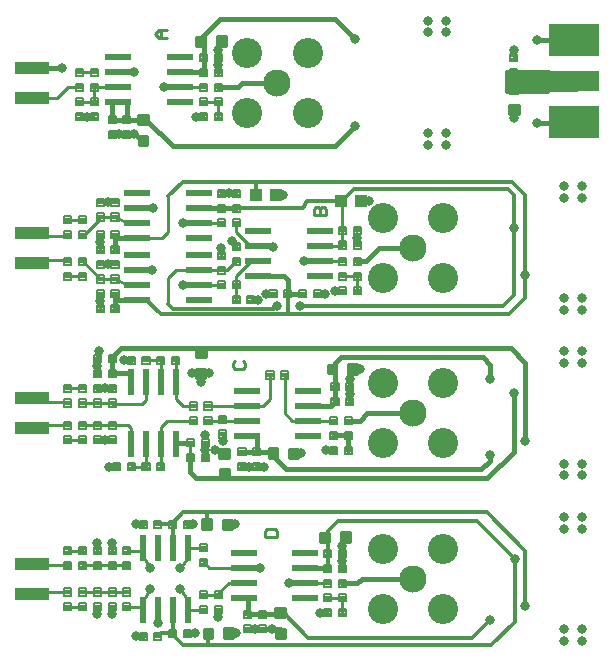
<source format=gtl>
G75*
%MOIN*%
%OFA0B0*%
%FSLAX25Y25*%
%IPPOS*%
%LPD*%
%AMOC8*
5,1,8,0,0,1.08239X$1,22.5*
%
%ADD10C,0.01000*%
%ADD11C,0.00787*%
%ADD12R,0.08700X0.02400*%
%ADD13R,0.11811X0.03937*%
%ADD14C,0.09055*%
%ADD15C,0.10039*%
%ADD16C,0.00984*%
%ADD17R,0.02400X0.08700*%
%ADD18R,0.03937X0.04331*%
%ADD19R,0.16500X0.07000*%
%ADD20R,0.16500X0.10500*%
%ADD21C,0.03150*%
%ADD22C,0.01575*%
%ADD23C,0.01181*%
%ADD24C,0.01800*%
%ADD25C,0.00600*%
%ADD26C,0.01378*%
D10*
X0021185Y0018474D02*
X0026106Y0018474D01*
X0031028Y0018474D02*
X0031028Y0016014D01*
X0035949Y0016014D02*
X0035949Y0018474D01*
X0040870Y0018474D02*
X0046165Y0018474D01*
X0046165Y0017525D01*
X0046165Y0020325D01*
X0048744Y0024380D01*
X0048744Y0031270D02*
X0046165Y0035325D01*
X0046165Y0038125D01*
X0046165Y0037175D01*
X0040870Y0037175D01*
X0035949Y0037175D02*
X0035949Y0039636D01*
X0031028Y0039636D02*
X0031028Y0037175D01*
X0026106Y0037175D02*
X0021185Y0037175D01*
X0021185Y0032254D02*
X0009374Y0032254D01*
X0009374Y0032825D01*
X0009945Y0023396D02*
X0009374Y0022825D01*
X0009945Y0023396D02*
X0021185Y0023396D01*
X0026106Y0023396D02*
X0031028Y0023396D01*
X0035949Y0023396D01*
X0040870Y0023396D01*
X0040870Y0032254D02*
X0035949Y0032254D01*
X0031028Y0032254D01*
X0026106Y0032254D01*
X0058587Y0031270D02*
X0061165Y0034833D01*
X0061165Y0038125D01*
X0061200Y0038159D01*
X0066461Y0038159D01*
X0066461Y0033238D02*
X0068390Y0031309D01*
X0079783Y0031309D01*
X0085122Y0031309D01*
X0079783Y0026309D02*
X0074787Y0026309D01*
X0071382Y0022904D01*
X0071382Y0022411D01*
X0066461Y0022411D01*
X0066461Y0017490D02*
X0061200Y0017490D01*
X0061165Y0017525D01*
X0061165Y0020817D01*
X0058587Y0024380D01*
X0087056Y0041612D02*
X0087056Y0043614D01*
X0087723Y0044281D01*
X0090392Y0044281D01*
X0091059Y0043614D01*
X0091059Y0041612D01*
X0087056Y0041612D01*
X0095043Y0026309D02*
X0100383Y0026309D01*
X0107760Y0026309D01*
X0107799Y0026348D01*
X0107799Y0021427D02*
X0112720Y0021427D01*
X0112720Y0016506D01*
X0107799Y0016506D02*
X0105339Y0016506D01*
X0062031Y0068179D02*
X0062031Y0073100D01*
X0063016Y0080482D02*
X0054157Y0080482D01*
X0052228Y0078553D01*
X0052228Y0072643D01*
X0052189Y0072604D01*
X0052189Y0065226D01*
X0047268Y0065226D02*
X0047268Y0072604D01*
X0047228Y0072643D01*
X0042228Y0072643D02*
X0042228Y0078140D01*
X0041362Y0079006D01*
X0035949Y0079006D01*
X0031028Y0079006D01*
X0026106Y0079006D01*
X0021185Y0079006D02*
X0012327Y0079006D01*
X0012327Y0077943D01*
X0009374Y0077943D01*
X0010437Y0078022D01*
X0009787Y0077530D02*
X0009374Y0077943D01*
X0010437Y0086880D02*
X0009374Y0087943D01*
X0009787Y0088356D01*
X0010437Y0086880D02*
X0020693Y0086880D01*
X0021185Y0086388D01*
X0021185Y0091309D02*
X0026106Y0091309D01*
X0026106Y0086388D02*
X0031028Y0086388D01*
X0035949Y0086388D01*
X0035949Y0085896D01*
X0045791Y0085896D01*
X0047228Y0087333D01*
X0047228Y0093243D01*
X0052189Y0093282D02*
X0052189Y0100659D01*
X0047268Y0100659D01*
X0052189Y0093282D02*
X0052228Y0093243D01*
X0057110Y0093361D02*
X0057228Y0093243D01*
X0057228Y0087746D01*
X0059571Y0085404D01*
X0063016Y0085404D01*
X0067937Y0085404D02*
X0080728Y0085404D01*
X0080767Y0085443D01*
X0086185Y0085443D01*
X0088606Y0087864D01*
X0088606Y0095738D01*
X0093528Y0095738D02*
X0093528Y0082943D01*
X0096028Y0080443D01*
X0101367Y0080443D01*
X0101406Y0080482D01*
X0109768Y0080482D01*
X0080767Y0080443D02*
X0080728Y0080482D01*
X0073843Y0080482D01*
X0067937Y0080482D01*
X0072858Y0080974D02*
X0073843Y0080482D01*
X0072858Y0076053D02*
X0072858Y0073593D01*
X0057110Y0093361D02*
X0057110Y0100659D01*
X0054650Y0119360D02*
X0054650Y0128219D01*
X0057110Y0130679D01*
X0059571Y0130679D01*
X0061500Y0130719D01*
X0064950Y0130719D01*
X0064989Y0130679D01*
X0072366Y0130679D01*
X0074335Y0130679D01*
X0077287Y0133632D01*
X0077287Y0138553D02*
X0075811Y0140030D01*
X0075811Y0140522D01*
X0077287Y0143474D02*
X0081717Y0139045D01*
X0084251Y0139045D01*
X0084704Y0138593D01*
X0089551Y0138593D01*
X0089591Y0138553D01*
X0084665Y0133632D02*
X0084704Y0133593D01*
X0084665Y0133632D02*
X0082209Y0133632D01*
X0077287Y0128711D01*
X0077287Y0125758D01*
X0077287Y0120837D01*
X0082209Y0120837D02*
X0084669Y0120837D01*
X0087130Y0122805D02*
X0089591Y0122805D01*
X0099965Y0133593D02*
X0099925Y0133632D01*
X0099965Y0133593D02*
X0105304Y0133593D01*
X0112681Y0133593D01*
X0112720Y0133632D01*
X0112720Y0128711D02*
X0117642Y0128711D01*
X0117642Y0123789D01*
X0112720Y0123789D02*
X0110260Y0123789D01*
X0106815Y0122805D02*
X0104354Y0122805D01*
X0105304Y0138593D02*
X0112268Y0138593D01*
X0112720Y0139045D01*
X0112720Y0143967D01*
X0112720Y0153809D01*
X0112327Y0153809D01*
X0107299Y0150897D02*
X0107299Y0148896D01*
X0103296Y0148896D01*
X0103296Y0150897D01*
X0103963Y0151565D01*
X0104630Y0151565D01*
X0105298Y0150897D01*
X0105298Y0148896D01*
X0105298Y0150897D02*
X0105965Y0151565D01*
X0106632Y0151565D01*
X0107299Y0150897D01*
X0119020Y0153809D02*
X0121579Y0153809D01*
X0084177Y0160207D02*
X0083783Y0159321D01*
X0077287Y0156270D02*
X0074827Y0156270D01*
X0072366Y0156270D01*
X0072366Y0151348D02*
X0071343Y0151388D01*
X0071913Y0146388D02*
X0072366Y0146427D01*
X0071913Y0146388D02*
X0064950Y0146388D01*
X0059610Y0146388D01*
X0059571Y0146427D01*
X0054650Y0143474D02*
X0054650Y0155285D01*
X0049728Y0151348D02*
X0049689Y0151388D01*
X0044350Y0151388D01*
X0044350Y0146388D02*
X0041402Y0146388D01*
X0036933Y0148396D01*
X0032012Y0148396D01*
X0031520Y0147411D01*
X0026598Y0142490D01*
X0026106Y0142490D01*
X0026106Y0147411D02*
X0021185Y0147411D01*
X0021185Y0142490D02*
X0020693Y0141998D01*
X0012327Y0141998D01*
X0011264Y0143061D01*
X0009374Y0143061D01*
X0013803Y0134124D02*
X0012740Y0133061D01*
X0009374Y0133061D01*
X0013803Y0134124D02*
X0020693Y0134124D01*
X0021185Y0133632D01*
X0021185Y0128711D02*
X0026106Y0128711D01*
X0026106Y0133632D02*
X0032012Y0127726D01*
X0036933Y0127726D01*
X0041402Y0125719D01*
X0044350Y0125719D01*
X0044389Y0130679D02*
X0044350Y0130719D01*
X0044389Y0130679D02*
X0049236Y0130679D01*
X0052563Y0141388D02*
X0044350Y0141388D01*
X0036933Y0132648D02*
X0034472Y0132648D01*
X0032012Y0132648D01*
X0032012Y0137569D02*
X0032012Y0140030D01*
X0032012Y0142490D01*
X0027091Y0134616D02*
X0026106Y0133632D01*
X0032012Y0120344D02*
X0032012Y0117884D01*
X0052563Y0141388D02*
X0054650Y0143474D01*
X0059571Y0125758D02*
X0064910Y0125758D01*
X0064950Y0125719D01*
X0072327Y0125719D01*
X0072366Y0125758D01*
X0072366Y0135600D02*
X0072366Y0138061D01*
X0077287Y0143474D02*
X0077287Y0146427D01*
X0071382Y0181860D02*
X0071382Y0186781D01*
X0066461Y0186781D01*
X0066461Y0181860D02*
X0064000Y0181860D01*
X0066461Y0191703D02*
X0058591Y0191703D01*
X0058552Y0191663D01*
X0053213Y0191663D01*
X0043331Y0196663D02*
X0037952Y0196663D01*
X0037913Y0191703D02*
X0037952Y0191663D01*
X0037913Y0191703D02*
X0030043Y0191703D01*
X0030043Y0186781D01*
X0025122Y0186781D01*
X0025122Y0181860D02*
X0027583Y0181860D01*
X0030043Y0181860D01*
X0025122Y0191703D02*
X0021185Y0191703D01*
X0017661Y0188179D01*
X0009374Y0188179D01*
X0025122Y0196624D02*
X0030043Y0196624D01*
X0050146Y0209285D02*
X0051481Y0207951D01*
X0054150Y0207951D01*
X0052148Y0207951D02*
X0052148Y0210620D01*
X0051481Y0210620D02*
X0054150Y0210620D01*
X0051481Y0210620D02*
X0050146Y0209285D01*
X0066461Y0191703D02*
X0066953Y0191703D01*
X0036933Y0153317D02*
X0034472Y0153317D01*
X0032012Y0153317D01*
X0076896Y0100384D02*
X0076229Y0099716D01*
X0076229Y0098382D01*
X0076896Y0097715D01*
X0079565Y0097715D01*
X0080232Y0098382D01*
X0080232Y0099716D01*
X0079565Y0100384D01*
X0047268Y0065226D02*
X0042346Y0065226D01*
X0026106Y0074085D02*
X0021185Y0074085D01*
X0167346Y0190226D02*
X0167346Y0197116D01*
X0181126Y0197116D01*
X0181618Y0196624D01*
X0190969Y0196624D01*
X0190969Y0190719D01*
X0181618Y0190719D01*
X0181126Y0190226D01*
X0167346Y0190226D01*
X0167346Y0190924D02*
X0190969Y0190924D01*
X0190969Y0191923D02*
X0167346Y0191923D01*
X0167346Y0192921D02*
X0190969Y0192921D01*
X0190969Y0193920D02*
X0167346Y0193920D01*
X0167346Y0194918D02*
X0190969Y0194918D01*
X0190969Y0195917D02*
X0167346Y0195917D01*
X0167346Y0196915D02*
X0181327Y0196915D01*
X0169807Y0201545D02*
X0169807Y0204006D01*
X0173744Y0074085D02*
X0173744Y0073888D01*
D11*
X0022367Y0019656D02*
X0022367Y0017292D01*
X0020003Y0017292D01*
X0020003Y0019656D01*
X0022367Y0019656D01*
X0022367Y0018078D02*
X0020003Y0018078D01*
X0020003Y0018864D02*
X0022367Y0018864D01*
X0022367Y0019650D02*
X0020003Y0019650D01*
X0020003Y0022214D02*
X0020003Y0024578D01*
X0022367Y0024578D01*
X0022367Y0022214D01*
X0020003Y0022214D01*
X0020003Y0023000D02*
X0022367Y0023000D01*
X0022367Y0023786D02*
X0020003Y0023786D01*
X0020003Y0024572D02*
X0022367Y0024572D01*
X0024924Y0024578D02*
X0024924Y0022214D01*
X0024924Y0024578D02*
X0027288Y0024578D01*
X0027288Y0022214D01*
X0024924Y0022214D01*
X0024924Y0023000D02*
X0027288Y0023000D01*
X0027288Y0023786D02*
X0024924Y0023786D01*
X0024924Y0024572D02*
X0027288Y0024572D01*
X0029846Y0024578D02*
X0029846Y0022214D01*
X0029846Y0024578D02*
X0032210Y0024578D01*
X0032210Y0022214D01*
X0029846Y0022214D01*
X0029846Y0023000D02*
X0032210Y0023000D01*
X0032210Y0023786D02*
X0029846Y0023786D01*
X0029846Y0024572D02*
X0032210Y0024572D01*
X0034767Y0024578D02*
X0034767Y0022214D01*
X0034767Y0024578D02*
X0037131Y0024578D01*
X0037131Y0022214D01*
X0034767Y0022214D01*
X0034767Y0023000D02*
X0037131Y0023000D01*
X0037131Y0023786D02*
X0034767Y0023786D01*
X0034767Y0024572D02*
X0037131Y0024572D01*
X0039688Y0024578D02*
X0039688Y0022214D01*
X0039688Y0024578D02*
X0042052Y0024578D01*
X0042052Y0022214D01*
X0039688Y0022214D01*
X0039688Y0023000D02*
X0042052Y0023000D01*
X0042052Y0023786D02*
X0039688Y0023786D01*
X0039688Y0024572D02*
X0042052Y0024572D01*
X0042052Y0019656D02*
X0042052Y0017292D01*
X0039688Y0017292D01*
X0039688Y0019656D01*
X0042052Y0019656D01*
X0042052Y0018078D02*
X0039688Y0018078D01*
X0039688Y0018864D02*
X0042052Y0018864D01*
X0042052Y0019650D02*
X0039688Y0019650D01*
X0037131Y0019656D02*
X0037131Y0017292D01*
X0034767Y0017292D01*
X0034767Y0019656D01*
X0037131Y0019656D01*
X0037131Y0018078D02*
X0034767Y0018078D01*
X0034767Y0018864D02*
X0037131Y0018864D01*
X0037131Y0019650D02*
X0034767Y0019650D01*
X0032210Y0019656D02*
X0032210Y0017292D01*
X0029846Y0017292D01*
X0029846Y0019656D01*
X0032210Y0019656D01*
X0032210Y0018078D02*
X0029846Y0018078D01*
X0029846Y0018864D02*
X0032210Y0018864D01*
X0032210Y0019650D02*
X0029846Y0019650D01*
X0027288Y0019656D02*
X0027288Y0017292D01*
X0024924Y0017292D01*
X0024924Y0019656D01*
X0027288Y0019656D01*
X0027288Y0018078D02*
X0024924Y0018078D01*
X0024924Y0018864D02*
X0027288Y0018864D01*
X0027288Y0019650D02*
X0024924Y0019650D01*
X0027288Y0031072D02*
X0027288Y0033436D01*
X0027288Y0031072D02*
X0024924Y0031072D01*
X0024924Y0033436D01*
X0027288Y0033436D01*
X0027288Y0031858D02*
X0024924Y0031858D01*
X0024924Y0032644D02*
X0027288Y0032644D01*
X0027288Y0033430D02*
X0024924Y0033430D01*
X0022367Y0033436D02*
X0022367Y0031072D01*
X0020003Y0031072D01*
X0020003Y0033436D01*
X0022367Y0033436D01*
X0022367Y0031858D02*
X0020003Y0031858D01*
X0020003Y0032644D02*
X0022367Y0032644D01*
X0022367Y0033430D02*
X0020003Y0033430D01*
X0020003Y0035993D02*
X0020003Y0038357D01*
X0022367Y0038357D01*
X0022367Y0035993D01*
X0020003Y0035993D01*
X0020003Y0036779D02*
X0022367Y0036779D01*
X0022367Y0037565D02*
X0020003Y0037565D01*
X0020003Y0038351D02*
X0022367Y0038351D01*
X0024924Y0038357D02*
X0024924Y0035993D01*
X0024924Y0038357D02*
X0027288Y0038357D01*
X0027288Y0035993D01*
X0024924Y0035993D01*
X0024924Y0036779D02*
X0027288Y0036779D01*
X0027288Y0037565D02*
X0024924Y0037565D01*
X0024924Y0038351D02*
X0027288Y0038351D01*
X0029846Y0038357D02*
X0029846Y0035993D01*
X0029846Y0038357D02*
X0032210Y0038357D01*
X0032210Y0035993D01*
X0029846Y0035993D01*
X0029846Y0036779D02*
X0032210Y0036779D01*
X0032210Y0037565D02*
X0029846Y0037565D01*
X0029846Y0038351D02*
X0032210Y0038351D01*
X0034767Y0038357D02*
X0034767Y0035993D01*
X0034767Y0038357D02*
X0037131Y0038357D01*
X0037131Y0035993D01*
X0034767Y0035993D01*
X0034767Y0036779D02*
X0037131Y0036779D01*
X0037131Y0037565D02*
X0034767Y0037565D01*
X0034767Y0038351D02*
X0037131Y0038351D01*
X0039688Y0038357D02*
X0039688Y0035993D01*
X0039688Y0038357D02*
X0042052Y0038357D01*
X0042052Y0035993D01*
X0039688Y0035993D01*
X0039688Y0036779D02*
X0042052Y0036779D01*
X0042052Y0037565D02*
X0039688Y0037565D01*
X0039688Y0038351D02*
X0042052Y0038351D01*
X0042052Y0033436D02*
X0042052Y0031072D01*
X0039688Y0031072D01*
X0039688Y0033436D01*
X0042052Y0033436D01*
X0042052Y0031858D02*
X0039688Y0031858D01*
X0039688Y0032644D02*
X0042052Y0032644D01*
X0042052Y0033430D02*
X0039688Y0033430D01*
X0037131Y0033436D02*
X0037131Y0031072D01*
X0034767Y0031072D01*
X0034767Y0033436D01*
X0037131Y0033436D01*
X0037131Y0031858D02*
X0034767Y0031858D01*
X0034767Y0032644D02*
X0037131Y0032644D01*
X0037131Y0033430D02*
X0034767Y0033430D01*
X0032210Y0033436D02*
X0032210Y0031072D01*
X0029846Y0031072D01*
X0029846Y0033436D01*
X0032210Y0033436D01*
X0032210Y0031858D02*
X0029846Y0031858D01*
X0029846Y0032644D02*
X0032210Y0032644D01*
X0032210Y0033430D02*
X0029846Y0033430D01*
X0045101Y0044851D02*
X0047465Y0044851D01*
X0045101Y0044851D02*
X0045101Y0047215D01*
X0047465Y0047215D01*
X0047465Y0044851D01*
X0047465Y0045637D02*
X0045101Y0045637D01*
X0045101Y0046423D02*
X0047465Y0046423D01*
X0047465Y0047209D02*
X0045101Y0047209D01*
X0050023Y0047215D02*
X0052387Y0047215D01*
X0052387Y0044851D01*
X0050023Y0044851D01*
X0050023Y0047215D01*
X0050023Y0045637D02*
X0052387Y0045637D01*
X0052387Y0046423D02*
X0050023Y0046423D01*
X0050023Y0047209D02*
X0052387Y0047209D01*
X0054944Y0044851D02*
X0057308Y0044851D01*
X0054944Y0044851D02*
X0054944Y0047215D01*
X0057308Y0047215D01*
X0057308Y0044851D01*
X0057308Y0045637D02*
X0054944Y0045637D01*
X0054944Y0046423D02*
X0057308Y0046423D01*
X0057308Y0047209D02*
X0054944Y0047209D01*
X0059865Y0047215D02*
X0062229Y0047215D01*
X0062229Y0044851D01*
X0059865Y0044851D01*
X0059865Y0047215D01*
X0059865Y0045637D02*
X0062229Y0045637D01*
X0062229Y0046423D02*
X0059865Y0046423D01*
X0059865Y0047209D02*
X0062229Y0047209D01*
X0065279Y0039341D02*
X0065279Y0036977D01*
X0065279Y0039341D02*
X0067643Y0039341D01*
X0067643Y0036977D01*
X0065279Y0036977D01*
X0065279Y0037763D02*
X0067643Y0037763D01*
X0067643Y0038549D02*
X0065279Y0038549D01*
X0065279Y0039335D02*
X0067643Y0039335D01*
X0067643Y0034420D02*
X0067643Y0032056D01*
X0065279Y0032056D01*
X0065279Y0034420D01*
X0067643Y0034420D01*
X0067643Y0032842D02*
X0065279Y0032842D01*
X0065279Y0033628D02*
X0067643Y0033628D01*
X0067643Y0034414D02*
X0065279Y0034414D01*
X0065279Y0023593D02*
X0065279Y0021229D01*
X0065279Y0023593D02*
X0067643Y0023593D01*
X0067643Y0021229D01*
X0065279Y0021229D01*
X0065279Y0022015D02*
X0067643Y0022015D01*
X0067643Y0022801D02*
X0065279Y0022801D01*
X0065279Y0023587D02*
X0067643Y0023587D01*
X0070200Y0023593D02*
X0070200Y0021229D01*
X0070200Y0023593D02*
X0072564Y0023593D01*
X0072564Y0021229D01*
X0070200Y0021229D01*
X0070200Y0022015D02*
X0072564Y0022015D01*
X0072564Y0022801D02*
X0070200Y0022801D01*
X0070200Y0023587D02*
X0072564Y0023587D01*
X0072564Y0018672D02*
X0072564Y0016308D01*
X0070200Y0016308D01*
X0070200Y0018672D01*
X0072564Y0018672D01*
X0072564Y0017094D02*
X0070200Y0017094D01*
X0070200Y0017880D02*
X0072564Y0017880D01*
X0072564Y0018666D02*
X0070200Y0018666D01*
X0067643Y0018672D02*
X0067643Y0016308D01*
X0065279Y0016308D01*
X0065279Y0018672D01*
X0067643Y0018672D01*
X0067643Y0017094D02*
X0065279Y0017094D01*
X0065279Y0017880D02*
X0067643Y0017880D01*
X0067643Y0018666D02*
X0065279Y0018666D01*
X0062229Y0010798D02*
X0059865Y0010798D01*
X0062229Y0010798D02*
X0062229Y0008434D01*
X0059865Y0008434D01*
X0059865Y0010798D01*
X0059865Y0009220D02*
X0062229Y0009220D01*
X0062229Y0010006D02*
X0059865Y0010006D01*
X0059865Y0010792D02*
X0062229Y0010792D01*
X0057308Y0008434D02*
X0054944Y0008434D01*
X0054944Y0010798D01*
X0057308Y0010798D01*
X0057308Y0008434D01*
X0057308Y0009220D02*
X0054944Y0009220D01*
X0054944Y0010006D02*
X0057308Y0010006D01*
X0057308Y0010792D02*
X0054944Y0010792D01*
X0052387Y0009814D02*
X0050023Y0009814D01*
X0052387Y0009814D02*
X0052387Y0007450D01*
X0050023Y0007450D01*
X0050023Y0009814D01*
X0050023Y0008236D02*
X0052387Y0008236D01*
X0052387Y0009022D02*
X0050023Y0009022D01*
X0050023Y0009808D02*
X0052387Y0009808D01*
X0047465Y0007450D02*
X0045101Y0007450D01*
X0045101Y0009814D01*
X0047465Y0009814D01*
X0047465Y0007450D01*
X0047465Y0008236D02*
X0045101Y0008236D01*
X0045101Y0009022D02*
X0047465Y0009022D01*
X0047465Y0009808D02*
X0045101Y0009808D01*
X0082406Y0009911D02*
X0082406Y0012275D01*
X0082406Y0009911D02*
X0080042Y0009911D01*
X0080042Y0012275D01*
X0082406Y0012275D01*
X0082406Y0010697D02*
X0080042Y0010697D01*
X0080042Y0011483D02*
X0082406Y0011483D01*
X0082406Y0012269D02*
X0080042Y0012269D01*
X0080042Y0014832D02*
X0080042Y0017196D01*
X0082406Y0017196D01*
X0082406Y0014832D01*
X0080042Y0014832D01*
X0080042Y0015618D02*
X0082406Y0015618D01*
X0082406Y0016404D02*
X0080042Y0016404D01*
X0080042Y0017190D02*
X0082406Y0017190D01*
X0084964Y0017196D02*
X0084964Y0014832D01*
X0084964Y0017196D02*
X0087328Y0017196D01*
X0087328Y0014832D01*
X0084964Y0014832D01*
X0084964Y0015618D02*
X0087328Y0015618D01*
X0087328Y0016404D02*
X0084964Y0016404D01*
X0084964Y0017190D02*
X0087328Y0017190D01*
X0087328Y0012275D02*
X0087328Y0009911D01*
X0084964Y0009911D01*
X0084964Y0012275D01*
X0087328Y0012275D01*
X0087328Y0010697D02*
X0084964Y0010697D01*
X0084964Y0011483D02*
X0087328Y0011483D01*
X0087328Y0012269D02*
X0084964Y0012269D01*
X0106617Y0015324D02*
X0108981Y0015324D01*
X0106617Y0015324D02*
X0106617Y0017688D01*
X0108981Y0017688D01*
X0108981Y0015324D01*
X0108981Y0016110D02*
X0106617Y0016110D01*
X0106617Y0016896D02*
X0108981Y0016896D01*
X0108981Y0017682D02*
X0106617Y0017682D01*
X0108981Y0020245D02*
X0108981Y0022609D01*
X0108981Y0020245D02*
X0106617Y0020245D01*
X0106617Y0022609D01*
X0108981Y0022609D01*
X0108981Y0021031D02*
X0106617Y0021031D01*
X0106617Y0021817D02*
X0108981Y0021817D01*
X0108981Y0022603D02*
X0106617Y0022603D01*
X0106617Y0025166D02*
X0106617Y0027530D01*
X0108981Y0027530D01*
X0108981Y0025166D01*
X0106617Y0025166D01*
X0106617Y0025952D02*
X0108981Y0025952D01*
X0108981Y0026738D02*
X0106617Y0026738D01*
X0106617Y0027524D02*
X0108981Y0027524D01*
X0111538Y0027530D02*
X0111538Y0025166D01*
X0111538Y0027530D02*
X0113902Y0027530D01*
X0113902Y0025166D01*
X0111538Y0025166D01*
X0111538Y0025952D02*
X0113902Y0025952D01*
X0113902Y0026738D02*
X0111538Y0026738D01*
X0111538Y0027524D02*
X0113902Y0027524D01*
X0113902Y0032452D02*
X0111538Y0032452D01*
X0113902Y0032452D02*
X0113902Y0030088D01*
X0111538Y0030088D01*
X0111538Y0032452D01*
X0111538Y0030874D02*
X0113902Y0030874D01*
X0113902Y0031660D02*
X0111538Y0031660D01*
X0111538Y0032446D02*
X0113902Y0032446D01*
X0113902Y0037373D02*
X0111538Y0037373D01*
X0113902Y0037373D02*
X0113902Y0035009D01*
X0111538Y0035009D01*
X0111538Y0037373D01*
X0111538Y0035795D02*
X0113902Y0035795D01*
X0113902Y0036581D02*
X0111538Y0036581D01*
X0111538Y0037367D02*
X0113902Y0037367D01*
X0108981Y0035009D02*
X0106617Y0035009D01*
X0106617Y0037373D01*
X0108981Y0037373D01*
X0108981Y0035009D01*
X0108981Y0035795D02*
X0106617Y0035795D01*
X0106617Y0036581D02*
X0108981Y0036581D01*
X0108981Y0037367D02*
X0106617Y0037367D01*
X0106617Y0030088D02*
X0108981Y0030088D01*
X0106617Y0030088D02*
X0106617Y0032452D01*
X0108981Y0032452D01*
X0108981Y0030088D01*
X0108981Y0030874D02*
X0106617Y0030874D01*
X0106617Y0031660D02*
X0108981Y0031660D01*
X0108981Y0032446D02*
X0106617Y0032446D01*
X0113902Y0022609D02*
X0113902Y0020245D01*
X0111538Y0020245D01*
X0111538Y0022609D01*
X0113902Y0022609D01*
X0113902Y0021031D02*
X0111538Y0021031D01*
X0111538Y0021817D02*
X0113902Y0021817D01*
X0113902Y0022603D02*
X0111538Y0022603D01*
X0111538Y0017688D02*
X0113902Y0017688D01*
X0113902Y0015324D01*
X0111538Y0015324D01*
X0111538Y0017688D01*
X0111538Y0016110D02*
X0113902Y0016110D01*
X0113902Y0016896D02*
X0111538Y0016896D01*
X0111538Y0017682D02*
X0113902Y0017682D01*
X0085359Y0064044D02*
X0085359Y0066408D01*
X0085359Y0064044D02*
X0082995Y0064044D01*
X0082995Y0066408D01*
X0085359Y0066408D01*
X0085359Y0064830D02*
X0082995Y0064830D01*
X0082995Y0065616D02*
X0085359Y0065616D01*
X0085359Y0066402D02*
X0082995Y0066402D01*
X0080438Y0066408D02*
X0080438Y0064044D01*
X0078074Y0064044D01*
X0078074Y0066408D01*
X0080438Y0066408D01*
X0080438Y0064830D02*
X0078074Y0064830D01*
X0078074Y0065616D02*
X0080438Y0065616D01*
X0080438Y0066402D02*
X0078074Y0066402D01*
X0078074Y0068966D02*
X0078074Y0071330D01*
X0080438Y0071330D01*
X0080438Y0068966D01*
X0078074Y0068966D01*
X0078074Y0069752D02*
X0080438Y0069752D01*
X0080438Y0070538D02*
X0078074Y0070538D01*
X0078074Y0071324D02*
X0080438Y0071324D01*
X0082995Y0071330D02*
X0082995Y0068966D01*
X0082995Y0071330D02*
X0085359Y0071330D01*
X0085359Y0068966D01*
X0082995Y0068966D01*
X0082995Y0069752D02*
X0085359Y0069752D01*
X0085359Y0070538D02*
X0082995Y0070538D01*
X0082995Y0071324D02*
X0085359Y0071324D01*
X0074040Y0074871D02*
X0074040Y0077235D01*
X0074040Y0074871D02*
X0071676Y0074871D01*
X0071676Y0077235D01*
X0074040Y0077235D01*
X0074040Y0075657D02*
X0071676Y0075657D01*
X0071676Y0076443D02*
X0074040Y0076443D01*
X0074040Y0077229D02*
X0071676Y0077229D01*
X0071676Y0079792D02*
X0071676Y0082156D01*
X0074040Y0082156D01*
X0074040Y0079792D01*
X0071676Y0079792D01*
X0071676Y0080578D02*
X0074040Y0080578D01*
X0074040Y0081364D02*
X0071676Y0081364D01*
X0071676Y0082150D02*
X0074040Y0082150D01*
X0069119Y0081664D02*
X0066755Y0081664D01*
X0069119Y0081664D02*
X0069119Y0079300D01*
X0066755Y0079300D01*
X0066755Y0081664D01*
X0066755Y0080086D02*
X0069119Y0080086D01*
X0069119Y0080872D02*
X0066755Y0080872D01*
X0066755Y0081658D02*
X0069119Y0081658D01*
X0069119Y0086586D02*
X0066755Y0086586D01*
X0069119Y0086586D02*
X0069119Y0084222D01*
X0066755Y0084222D01*
X0066755Y0086586D01*
X0066755Y0085008D02*
X0069119Y0085008D01*
X0069119Y0085794D02*
X0066755Y0085794D01*
X0066755Y0086580D02*
X0069119Y0086580D01*
X0064198Y0084222D02*
X0061834Y0084222D01*
X0061834Y0086586D01*
X0064198Y0086586D01*
X0064198Y0084222D01*
X0064198Y0085008D02*
X0061834Y0085008D01*
X0061834Y0085794D02*
X0064198Y0085794D01*
X0064198Y0086580D02*
X0061834Y0086580D01*
X0061834Y0079300D02*
X0064198Y0079300D01*
X0061834Y0079300D02*
X0061834Y0081664D01*
X0064198Y0081664D01*
X0064198Y0079300D01*
X0064198Y0080086D02*
X0061834Y0080086D01*
X0061834Y0080872D02*
X0064198Y0080872D01*
X0064198Y0081658D02*
X0061834Y0081658D01*
X0060849Y0071918D02*
X0063213Y0071918D01*
X0060849Y0071918D02*
X0060849Y0074282D01*
X0063213Y0074282D01*
X0063213Y0071918D01*
X0063213Y0072704D02*
X0060849Y0072704D01*
X0060849Y0073490D02*
X0063213Y0073490D01*
X0063213Y0074276D02*
X0060849Y0074276D01*
X0060849Y0066997D02*
X0063213Y0066997D01*
X0060849Y0066997D02*
X0060849Y0069361D01*
X0063213Y0069361D01*
X0063213Y0066997D01*
X0063213Y0067783D02*
X0060849Y0067783D01*
X0060849Y0068569D02*
X0063213Y0068569D01*
X0063213Y0069355D02*
X0060849Y0069355D01*
X0065771Y0069361D02*
X0068135Y0069361D01*
X0068135Y0066997D01*
X0065771Y0066997D01*
X0065771Y0069361D01*
X0065771Y0067783D02*
X0068135Y0067783D01*
X0068135Y0068569D02*
X0065771Y0068569D01*
X0065771Y0069355D02*
X0068135Y0069355D01*
X0068135Y0074282D02*
X0065771Y0074282D01*
X0068135Y0074282D02*
X0068135Y0071918D01*
X0065771Y0071918D01*
X0065771Y0074282D01*
X0065771Y0072704D02*
X0068135Y0072704D01*
X0068135Y0073490D02*
X0065771Y0073490D01*
X0065771Y0074276D02*
X0068135Y0074276D01*
X0053371Y0066408D02*
X0051007Y0066408D01*
X0053371Y0066408D02*
X0053371Y0064044D01*
X0051007Y0064044D01*
X0051007Y0066408D01*
X0051007Y0064830D02*
X0053371Y0064830D01*
X0053371Y0065616D02*
X0051007Y0065616D01*
X0051007Y0066402D02*
X0053371Y0066402D01*
X0048450Y0064044D02*
X0046086Y0064044D01*
X0046086Y0066408D01*
X0048450Y0066408D01*
X0048450Y0064044D01*
X0048450Y0064830D02*
X0046086Y0064830D01*
X0046086Y0065616D02*
X0048450Y0065616D01*
X0048450Y0066402D02*
X0046086Y0066402D01*
X0043528Y0066408D02*
X0041164Y0066408D01*
X0043528Y0066408D02*
X0043528Y0064044D01*
X0041164Y0064044D01*
X0041164Y0066408D01*
X0041164Y0064830D02*
X0043528Y0064830D01*
X0043528Y0065616D02*
X0041164Y0065616D01*
X0041164Y0066402D02*
X0043528Y0066402D01*
X0038607Y0064044D02*
X0036243Y0064044D01*
X0036243Y0066408D01*
X0038607Y0066408D01*
X0038607Y0064044D01*
X0038607Y0064830D02*
X0036243Y0064830D01*
X0036243Y0065616D02*
X0038607Y0065616D01*
X0038607Y0066402D02*
X0036243Y0066402D01*
X0037131Y0072903D02*
X0037131Y0075267D01*
X0037131Y0072903D02*
X0034767Y0072903D01*
X0034767Y0075267D01*
X0037131Y0075267D01*
X0037131Y0073689D02*
X0034767Y0073689D01*
X0034767Y0074475D02*
X0037131Y0074475D01*
X0037131Y0075261D02*
X0034767Y0075261D01*
X0032210Y0075267D02*
X0032210Y0072903D01*
X0029846Y0072903D01*
X0029846Y0075267D01*
X0032210Y0075267D01*
X0032210Y0073689D02*
X0029846Y0073689D01*
X0029846Y0074475D02*
X0032210Y0074475D01*
X0032210Y0075261D02*
X0029846Y0075261D01*
X0027288Y0075267D02*
X0027288Y0072903D01*
X0024924Y0072903D01*
X0024924Y0075267D01*
X0027288Y0075267D01*
X0027288Y0073689D02*
X0024924Y0073689D01*
X0024924Y0074475D02*
X0027288Y0074475D01*
X0027288Y0075261D02*
X0024924Y0075261D01*
X0022367Y0075267D02*
X0022367Y0072903D01*
X0020003Y0072903D01*
X0020003Y0075267D01*
X0022367Y0075267D01*
X0022367Y0073689D02*
X0020003Y0073689D01*
X0020003Y0074475D02*
X0022367Y0074475D01*
X0022367Y0075261D02*
X0020003Y0075261D01*
X0020003Y0077824D02*
X0020003Y0080188D01*
X0022367Y0080188D01*
X0022367Y0077824D01*
X0020003Y0077824D01*
X0020003Y0078610D02*
X0022367Y0078610D01*
X0022367Y0079396D02*
X0020003Y0079396D01*
X0020003Y0080182D02*
X0022367Y0080182D01*
X0024924Y0080188D02*
X0024924Y0077824D01*
X0024924Y0080188D02*
X0027288Y0080188D01*
X0027288Y0077824D01*
X0024924Y0077824D01*
X0024924Y0078610D02*
X0027288Y0078610D01*
X0027288Y0079396D02*
X0024924Y0079396D01*
X0024924Y0080182D02*
X0027288Y0080182D01*
X0029846Y0080188D02*
X0029846Y0077824D01*
X0029846Y0080188D02*
X0032210Y0080188D01*
X0032210Y0077824D01*
X0029846Y0077824D01*
X0029846Y0078610D02*
X0032210Y0078610D01*
X0032210Y0079396D02*
X0029846Y0079396D01*
X0029846Y0080182D02*
X0032210Y0080182D01*
X0034767Y0080188D02*
X0034767Y0077824D01*
X0034767Y0080188D02*
X0037131Y0080188D01*
X0037131Y0077824D01*
X0034767Y0077824D01*
X0034767Y0078610D02*
X0037131Y0078610D01*
X0037131Y0079396D02*
X0034767Y0079396D01*
X0034767Y0080182D02*
X0037131Y0080182D01*
X0037131Y0085206D02*
X0037131Y0087570D01*
X0037131Y0085206D02*
X0034767Y0085206D01*
X0034767Y0087570D01*
X0037131Y0087570D01*
X0037131Y0085992D02*
X0034767Y0085992D01*
X0034767Y0086778D02*
X0037131Y0086778D01*
X0037131Y0087564D02*
X0034767Y0087564D01*
X0032210Y0087570D02*
X0032210Y0085206D01*
X0029846Y0085206D01*
X0029846Y0087570D01*
X0032210Y0087570D01*
X0032210Y0085992D02*
X0029846Y0085992D01*
X0029846Y0086778D02*
X0032210Y0086778D01*
X0032210Y0087564D02*
X0029846Y0087564D01*
X0027288Y0087570D02*
X0027288Y0085206D01*
X0024924Y0085206D01*
X0024924Y0087570D01*
X0027288Y0087570D01*
X0027288Y0085992D02*
X0024924Y0085992D01*
X0024924Y0086778D02*
X0027288Y0086778D01*
X0027288Y0087564D02*
X0024924Y0087564D01*
X0022367Y0087570D02*
X0022367Y0085206D01*
X0020003Y0085206D01*
X0020003Y0087570D01*
X0022367Y0087570D01*
X0022367Y0085992D02*
X0020003Y0085992D01*
X0020003Y0086778D02*
X0022367Y0086778D01*
X0022367Y0087564D02*
X0020003Y0087564D01*
X0020003Y0090127D02*
X0020003Y0092491D01*
X0022367Y0092491D01*
X0022367Y0090127D01*
X0020003Y0090127D01*
X0020003Y0090913D02*
X0022367Y0090913D01*
X0022367Y0091699D02*
X0020003Y0091699D01*
X0020003Y0092485D02*
X0022367Y0092485D01*
X0024924Y0092491D02*
X0024924Y0090127D01*
X0024924Y0092491D02*
X0027288Y0092491D01*
X0027288Y0090127D01*
X0024924Y0090127D01*
X0024924Y0090913D02*
X0027288Y0090913D01*
X0027288Y0091699D02*
X0024924Y0091699D01*
X0024924Y0092485D02*
X0027288Y0092485D01*
X0029846Y0092491D02*
X0029846Y0090127D01*
X0029846Y0092491D02*
X0032210Y0092491D01*
X0032210Y0090127D01*
X0029846Y0090127D01*
X0029846Y0090913D02*
X0032210Y0090913D01*
X0032210Y0091699D02*
X0029846Y0091699D01*
X0029846Y0092485D02*
X0032210Y0092485D01*
X0034767Y0092491D02*
X0034767Y0090127D01*
X0034767Y0092491D02*
X0037131Y0092491D01*
X0037131Y0090127D01*
X0034767Y0090127D01*
X0034767Y0090913D02*
X0037131Y0090913D01*
X0037131Y0091699D02*
X0034767Y0091699D01*
X0034767Y0092485D02*
X0037131Y0092485D01*
X0037131Y0097412D02*
X0034767Y0097412D01*
X0037131Y0097412D02*
X0037131Y0095048D01*
X0034767Y0095048D01*
X0034767Y0097412D01*
X0034767Y0095834D02*
X0037131Y0095834D01*
X0037131Y0096620D02*
X0034767Y0096620D01*
X0034767Y0097406D02*
X0037131Y0097406D01*
X0037131Y0102334D02*
X0034767Y0102334D01*
X0037131Y0102334D02*
X0037131Y0099970D01*
X0034767Y0099970D01*
X0034767Y0102334D01*
X0034767Y0100756D02*
X0037131Y0100756D01*
X0037131Y0101542D02*
X0034767Y0101542D01*
X0034767Y0102328D02*
X0037131Y0102328D01*
X0041164Y0099477D02*
X0043528Y0099477D01*
X0041164Y0099477D02*
X0041164Y0101841D01*
X0043528Y0101841D01*
X0043528Y0099477D01*
X0043528Y0100263D02*
X0041164Y0100263D01*
X0041164Y0101049D02*
X0043528Y0101049D01*
X0043528Y0101835D02*
X0041164Y0101835D01*
X0046086Y0101841D02*
X0048450Y0101841D01*
X0048450Y0099477D01*
X0046086Y0099477D01*
X0046086Y0101841D01*
X0046086Y0100263D02*
X0048450Y0100263D01*
X0048450Y0101049D02*
X0046086Y0101049D01*
X0046086Y0101835D02*
X0048450Y0101835D01*
X0051007Y0099477D02*
X0053371Y0099477D01*
X0051007Y0099477D02*
X0051007Y0101841D01*
X0053371Y0101841D01*
X0053371Y0099477D01*
X0053371Y0100263D02*
X0051007Y0100263D01*
X0051007Y0101049D02*
X0053371Y0101049D01*
X0053371Y0101835D02*
X0051007Y0101835D01*
X0055928Y0101841D02*
X0058292Y0101841D01*
X0058292Y0099477D01*
X0055928Y0099477D01*
X0055928Y0101841D01*
X0055928Y0100263D02*
X0058292Y0100263D01*
X0058292Y0101049D02*
X0055928Y0101049D01*
X0055928Y0101835D02*
X0058292Y0101835D01*
X0038115Y0119066D02*
X0035751Y0119066D01*
X0038115Y0119066D02*
X0038115Y0116702D01*
X0035751Y0116702D01*
X0035751Y0119066D01*
X0035751Y0117488D02*
X0038115Y0117488D01*
X0038115Y0118274D02*
X0035751Y0118274D01*
X0035751Y0119060D02*
X0038115Y0119060D01*
X0038115Y0123987D02*
X0035751Y0123987D01*
X0038115Y0123987D02*
X0038115Y0121623D01*
X0035751Y0121623D01*
X0035751Y0123987D01*
X0035751Y0122409D02*
X0038115Y0122409D01*
X0038115Y0123195D02*
X0035751Y0123195D01*
X0035751Y0123981D02*
X0038115Y0123981D01*
X0038115Y0126544D02*
X0038115Y0128908D01*
X0038115Y0126544D02*
X0035751Y0126544D01*
X0035751Y0128908D01*
X0038115Y0128908D01*
X0038115Y0127330D02*
X0035751Y0127330D01*
X0035751Y0128116D02*
X0038115Y0128116D01*
X0038115Y0128902D02*
X0035751Y0128902D01*
X0033194Y0128908D02*
X0033194Y0126544D01*
X0030830Y0126544D01*
X0030830Y0128908D01*
X0033194Y0128908D01*
X0033194Y0127330D02*
X0030830Y0127330D01*
X0030830Y0128116D02*
X0033194Y0128116D01*
X0033194Y0128902D02*
X0030830Y0128902D01*
X0030830Y0131466D02*
X0030830Y0133830D01*
X0033194Y0133830D01*
X0033194Y0131466D01*
X0030830Y0131466D01*
X0030830Y0132252D02*
X0033194Y0132252D01*
X0033194Y0133038D02*
X0030830Y0133038D01*
X0030830Y0133824D02*
X0033194Y0133824D01*
X0035751Y0133830D02*
X0035751Y0131466D01*
X0035751Y0133830D02*
X0038115Y0133830D01*
X0038115Y0131466D01*
X0035751Y0131466D01*
X0035751Y0132252D02*
X0038115Y0132252D01*
X0038115Y0133038D02*
X0035751Y0133038D01*
X0035751Y0133824D02*
X0038115Y0133824D01*
X0038115Y0138751D02*
X0035751Y0138751D01*
X0038115Y0138751D02*
X0038115Y0136387D01*
X0035751Y0136387D01*
X0035751Y0138751D01*
X0035751Y0137173D02*
X0038115Y0137173D01*
X0038115Y0137959D02*
X0035751Y0137959D01*
X0035751Y0138745D02*
X0038115Y0138745D01*
X0038115Y0143672D02*
X0035751Y0143672D01*
X0038115Y0143672D02*
X0038115Y0141308D01*
X0035751Y0141308D01*
X0035751Y0143672D01*
X0035751Y0142094D02*
X0038115Y0142094D01*
X0038115Y0142880D02*
X0035751Y0142880D01*
X0035751Y0143666D02*
X0038115Y0143666D01*
X0038115Y0147214D02*
X0038115Y0149578D01*
X0038115Y0147214D02*
X0035751Y0147214D01*
X0035751Y0149578D01*
X0038115Y0149578D01*
X0038115Y0148000D02*
X0035751Y0148000D01*
X0035751Y0148786D02*
X0038115Y0148786D01*
X0038115Y0149572D02*
X0035751Y0149572D01*
X0033194Y0149578D02*
X0033194Y0147214D01*
X0030830Y0147214D01*
X0030830Y0149578D01*
X0033194Y0149578D01*
X0033194Y0148000D02*
X0030830Y0148000D01*
X0030830Y0148786D02*
X0033194Y0148786D01*
X0033194Y0149572D02*
X0030830Y0149572D01*
X0030830Y0152135D02*
X0030830Y0154499D01*
X0033194Y0154499D01*
X0033194Y0152135D01*
X0030830Y0152135D01*
X0030830Y0152921D02*
X0033194Y0152921D01*
X0033194Y0153707D02*
X0030830Y0153707D01*
X0030830Y0154493D02*
X0033194Y0154493D01*
X0035751Y0154499D02*
X0035751Y0152135D01*
X0035751Y0154499D02*
X0038115Y0154499D01*
X0038115Y0152135D01*
X0035751Y0152135D01*
X0035751Y0152921D02*
X0038115Y0152921D01*
X0038115Y0153707D02*
X0035751Y0153707D01*
X0035751Y0154493D02*
X0038115Y0154493D01*
X0033194Y0141308D02*
X0030830Y0141308D01*
X0030830Y0143672D01*
X0033194Y0143672D01*
X0033194Y0141308D01*
X0033194Y0142094D02*
X0030830Y0142094D01*
X0030830Y0142880D02*
X0033194Y0142880D01*
X0033194Y0143666D02*
X0030830Y0143666D01*
X0027288Y0143672D02*
X0027288Y0141308D01*
X0024924Y0141308D01*
X0024924Y0143672D01*
X0027288Y0143672D01*
X0027288Y0142094D02*
X0024924Y0142094D01*
X0024924Y0142880D02*
X0027288Y0142880D01*
X0027288Y0143666D02*
X0024924Y0143666D01*
X0022367Y0143672D02*
X0022367Y0141308D01*
X0020003Y0141308D01*
X0020003Y0143672D01*
X0022367Y0143672D01*
X0022367Y0142094D02*
X0020003Y0142094D01*
X0020003Y0142880D02*
X0022367Y0142880D01*
X0022367Y0143666D02*
X0020003Y0143666D01*
X0020003Y0146229D02*
X0020003Y0148593D01*
X0022367Y0148593D01*
X0022367Y0146229D01*
X0020003Y0146229D01*
X0020003Y0147015D02*
X0022367Y0147015D01*
X0022367Y0147801D02*
X0020003Y0147801D01*
X0020003Y0148587D02*
X0022367Y0148587D01*
X0024924Y0148593D02*
X0024924Y0146229D01*
X0024924Y0148593D02*
X0027288Y0148593D01*
X0027288Y0146229D01*
X0024924Y0146229D01*
X0024924Y0147015D02*
X0027288Y0147015D01*
X0027288Y0147801D02*
X0024924Y0147801D01*
X0024924Y0148587D02*
X0027288Y0148587D01*
X0030830Y0136387D02*
X0033194Y0136387D01*
X0030830Y0136387D02*
X0030830Y0138751D01*
X0033194Y0138751D01*
X0033194Y0136387D01*
X0033194Y0137173D02*
X0030830Y0137173D01*
X0030830Y0137959D02*
X0033194Y0137959D01*
X0033194Y0138745D02*
X0030830Y0138745D01*
X0024924Y0134814D02*
X0024924Y0132450D01*
X0024924Y0134814D02*
X0027288Y0134814D01*
X0027288Y0132450D01*
X0024924Y0132450D01*
X0024924Y0133236D02*
X0027288Y0133236D01*
X0027288Y0134022D02*
X0024924Y0134022D01*
X0024924Y0134808D02*
X0027288Y0134808D01*
X0027288Y0129893D02*
X0027288Y0127529D01*
X0024924Y0127529D01*
X0024924Y0129893D01*
X0027288Y0129893D01*
X0027288Y0128315D02*
X0024924Y0128315D01*
X0024924Y0129101D02*
X0027288Y0129101D01*
X0027288Y0129887D02*
X0024924Y0129887D01*
X0022367Y0129893D02*
X0022367Y0127529D01*
X0020003Y0127529D01*
X0020003Y0129893D01*
X0022367Y0129893D01*
X0022367Y0128315D02*
X0020003Y0128315D01*
X0020003Y0129101D02*
X0022367Y0129101D01*
X0022367Y0129887D02*
X0020003Y0129887D01*
X0020003Y0132450D02*
X0020003Y0134814D01*
X0022367Y0134814D01*
X0022367Y0132450D01*
X0020003Y0132450D01*
X0020003Y0133236D02*
X0022367Y0133236D01*
X0022367Y0134022D02*
X0020003Y0134022D01*
X0020003Y0134808D02*
X0022367Y0134808D01*
X0030830Y0121623D02*
X0033194Y0121623D01*
X0030830Y0121623D02*
X0030830Y0123987D01*
X0033194Y0123987D01*
X0033194Y0121623D01*
X0033194Y0122409D02*
X0030830Y0122409D01*
X0030830Y0123195D02*
X0033194Y0123195D01*
X0033194Y0123981D02*
X0030830Y0123981D01*
X0030830Y0116702D02*
X0033194Y0116702D01*
X0030830Y0116702D02*
X0030830Y0119066D01*
X0033194Y0119066D01*
X0033194Y0116702D01*
X0033194Y0117488D02*
X0030830Y0117488D01*
X0030830Y0118274D02*
X0033194Y0118274D01*
X0033194Y0119060D02*
X0030830Y0119060D01*
X0029846Y0099970D02*
X0032210Y0099970D01*
X0029846Y0099970D02*
X0029846Y0102334D01*
X0032210Y0102334D01*
X0032210Y0099970D01*
X0032210Y0100756D02*
X0029846Y0100756D01*
X0029846Y0101542D02*
X0032210Y0101542D01*
X0032210Y0102328D02*
X0029846Y0102328D01*
X0029846Y0095048D02*
X0032210Y0095048D01*
X0029846Y0095048D02*
X0029846Y0097412D01*
X0032210Y0097412D01*
X0032210Y0095048D01*
X0032210Y0095834D02*
X0029846Y0095834D01*
X0029846Y0096620D02*
X0032210Y0096620D01*
X0032210Y0097406D02*
X0029846Y0097406D01*
X0071184Y0124576D02*
X0073548Y0124576D01*
X0071184Y0124576D02*
X0071184Y0126940D01*
X0073548Y0126940D01*
X0073548Y0124576D01*
X0073548Y0125362D02*
X0071184Y0125362D01*
X0071184Y0126148D02*
X0073548Y0126148D01*
X0073548Y0126934D02*
X0071184Y0126934D01*
X0073548Y0129497D02*
X0073548Y0131861D01*
X0073548Y0129497D02*
X0071184Y0129497D01*
X0071184Y0131861D01*
X0073548Y0131861D01*
X0073548Y0130283D02*
X0071184Y0130283D01*
X0071184Y0131069D02*
X0073548Y0131069D01*
X0073548Y0131855D02*
X0071184Y0131855D01*
X0071184Y0134418D02*
X0071184Y0136782D01*
X0073548Y0136782D01*
X0073548Y0134418D01*
X0071184Y0134418D01*
X0071184Y0135204D02*
X0073548Y0135204D01*
X0073548Y0135990D02*
X0071184Y0135990D01*
X0071184Y0136776D02*
X0073548Y0136776D01*
X0076105Y0137371D02*
X0076105Y0139735D01*
X0078469Y0139735D01*
X0078469Y0137371D01*
X0076105Y0137371D01*
X0076105Y0138157D02*
X0078469Y0138157D01*
X0078469Y0138943D02*
X0076105Y0138943D01*
X0076105Y0139729D02*
X0078469Y0139729D01*
X0078469Y0134814D02*
X0078469Y0132450D01*
X0076105Y0132450D01*
X0076105Y0134814D01*
X0078469Y0134814D01*
X0078469Y0133236D02*
X0076105Y0133236D01*
X0076105Y0134022D02*
X0078469Y0134022D01*
X0078469Y0134808D02*
X0076105Y0134808D01*
X0076105Y0126940D02*
X0078469Y0126940D01*
X0078469Y0124576D01*
X0076105Y0124576D01*
X0076105Y0126940D01*
X0076105Y0125362D02*
X0078469Y0125362D01*
X0078469Y0126148D02*
X0076105Y0126148D01*
X0076105Y0126934D02*
X0078469Y0126934D01*
X0078469Y0119655D02*
X0076105Y0119655D01*
X0076105Y0122019D01*
X0078469Y0122019D01*
X0078469Y0119655D01*
X0078469Y0120441D02*
X0076105Y0120441D01*
X0076105Y0121227D02*
X0078469Y0121227D01*
X0078469Y0122013D02*
X0076105Y0122013D01*
X0081027Y0122019D02*
X0083391Y0122019D01*
X0083391Y0119655D01*
X0081027Y0119655D01*
X0081027Y0122019D01*
X0081027Y0120441D02*
X0083391Y0120441D01*
X0083391Y0121227D02*
X0081027Y0121227D01*
X0081027Y0122013D02*
X0083391Y0122013D01*
X0088409Y0121623D02*
X0090773Y0121623D01*
X0088409Y0121623D02*
X0088409Y0123987D01*
X0090773Y0123987D01*
X0090773Y0121623D01*
X0090773Y0122409D02*
X0088409Y0122409D01*
X0088409Y0123195D02*
X0090773Y0123195D01*
X0090773Y0123981D02*
X0088409Y0123981D01*
X0093330Y0123987D02*
X0095694Y0123987D01*
X0095694Y0121623D01*
X0093330Y0121623D01*
X0093330Y0123987D01*
X0093330Y0122409D02*
X0095694Y0122409D01*
X0095694Y0123195D02*
X0093330Y0123195D01*
X0093330Y0123981D02*
X0095694Y0123981D01*
X0098251Y0121623D02*
X0100615Y0121623D01*
X0098251Y0121623D02*
X0098251Y0123987D01*
X0100615Y0123987D01*
X0100615Y0121623D01*
X0100615Y0122409D02*
X0098251Y0122409D01*
X0098251Y0123195D02*
X0100615Y0123195D01*
X0100615Y0123981D02*
X0098251Y0123981D01*
X0103172Y0123987D02*
X0105536Y0123987D01*
X0105536Y0121623D01*
X0103172Y0121623D01*
X0103172Y0123987D01*
X0103172Y0122409D02*
X0105536Y0122409D01*
X0105536Y0123195D02*
X0103172Y0123195D01*
X0103172Y0123981D02*
X0105536Y0123981D01*
X0111538Y0122607D02*
X0113902Y0122607D01*
X0111538Y0122607D02*
X0111538Y0124971D01*
X0113902Y0124971D01*
X0113902Y0122607D01*
X0113902Y0123393D02*
X0111538Y0123393D01*
X0111538Y0124179D02*
X0113902Y0124179D01*
X0113902Y0124965D02*
X0111538Y0124965D01*
X0113902Y0127529D02*
X0113902Y0129893D01*
X0113902Y0127529D02*
X0111538Y0127529D01*
X0111538Y0129893D01*
X0113902Y0129893D01*
X0113902Y0128315D02*
X0111538Y0128315D01*
X0111538Y0129101D02*
X0113902Y0129101D01*
X0113902Y0129887D02*
X0111538Y0129887D01*
X0111538Y0132450D02*
X0111538Y0134814D01*
X0113902Y0134814D01*
X0113902Y0132450D01*
X0111538Y0132450D01*
X0111538Y0133236D02*
X0113902Y0133236D01*
X0113902Y0134022D02*
X0111538Y0134022D01*
X0111538Y0134808D02*
X0113902Y0134808D01*
X0116460Y0134814D02*
X0116460Y0132450D01*
X0116460Y0134814D02*
X0118824Y0134814D01*
X0118824Y0132450D01*
X0116460Y0132450D01*
X0116460Y0133236D02*
X0118824Y0133236D01*
X0118824Y0134022D02*
X0116460Y0134022D01*
X0116460Y0134808D02*
X0118824Y0134808D01*
X0118824Y0140227D02*
X0116460Y0140227D01*
X0118824Y0140227D02*
X0118824Y0137863D01*
X0116460Y0137863D01*
X0116460Y0140227D01*
X0116460Y0138649D02*
X0118824Y0138649D01*
X0118824Y0139435D02*
X0116460Y0139435D01*
X0116460Y0140221D02*
X0118824Y0140221D01*
X0118824Y0145149D02*
X0116460Y0145149D01*
X0118824Y0145149D02*
X0118824Y0142785D01*
X0116460Y0142785D01*
X0116460Y0145149D01*
X0116460Y0143571D02*
X0118824Y0143571D01*
X0118824Y0144357D02*
X0116460Y0144357D01*
X0116460Y0145143D02*
X0118824Y0145143D01*
X0113902Y0142785D02*
X0111538Y0142785D01*
X0111538Y0145149D01*
X0113902Y0145149D01*
X0113902Y0142785D01*
X0113902Y0143571D02*
X0111538Y0143571D01*
X0111538Y0144357D02*
X0113902Y0144357D01*
X0113902Y0145143D02*
X0111538Y0145143D01*
X0111538Y0137863D02*
X0113902Y0137863D01*
X0111538Y0137863D02*
X0111538Y0140227D01*
X0113902Y0140227D01*
X0113902Y0137863D01*
X0113902Y0138649D02*
X0111538Y0138649D01*
X0111538Y0139435D02*
X0113902Y0139435D01*
X0113902Y0140221D02*
X0111538Y0140221D01*
X0118824Y0129893D02*
X0118824Y0127529D01*
X0116460Y0127529D01*
X0116460Y0129893D01*
X0118824Y0129893D01*
X0118824Y0128315D02*
X0116460Y0128315D01*
X0116460Y0129101D02*
X0118824Y0129101D01*
X0118824Y0129887D02*
X0116460Y0129887D01*
X0116460Y0124971D02*
X0118824Y0124971D01*
X0118824Y0122607D01*
X0116460Y0122607D01*
X0116460Y0124971D01*
X0116460Y0123393D02*
X0118824Y0123393D01*
X0118824Y0124179D02*
X0116460Y0124179D01*
X0116460Y0124965D02*
X0118824Y0124965D01*
X0094710Y0096920D02*
X0092346Y0096920D01*
X0094710Y0096920D02*
X0094710Y0094556D01*
X0092346Y0094556D01*
X0092346Y0096920D01*
X0092346Y0095342D02*
X0094710Y0095342D01*
X0094710Y0096128D02*
X0092346Y0096128D01*
X0092346Y0096914D02*
X0094710Y0096914D01*
X0089788Y0094556D02*
X0087424Y0094556D01*
X0087424Y0096920D01*
X0089788Y0096920D01*
X0089788Y0094556D01*
X0089788Y0095342D02*
X0087424Y0095342D01*
X0087424Y0096128D02*
X0089788Y0096128D01*
X0089788Y0096914D02*
X0087424Y0096914D01*
X0109078Y0090619D02*
X0111442Y0090619D01*
X0109078Y0090619D02*
X0109078Y0092983D01*
X0111442Y0092983D01*
X0111442Y0090619D01*
X0111442Y0091405D02*
X0109078Y0091405D01*
X0109078Y0092191D02*
X0111442Y0092191D01*
X0111442Y0092977D02*
X0109078Y0092977D01*
X0113999Y0092983D02*
X0116363Y0092983D01*
X0116363Y0090619D01*
X0113999Y0090619D01*
X0113999Y0092983D01*
X0113999Y0091405D02*
X0116363Y0091405D01*
X0116363Y0092191D02*
X0113999Y0092191D01*
X0113999Y0092977D02*
X0116363Y0092977D01*
X0116363Y0088062D02*
X0113999Y0088062D01*
X0116363Y0088062D02*
X0116363Y0085698D01*
X0113999Y0085698D01*
X0113999Y0088062D01*
X0113999Y0086484D02*
X0116363Y0086484D01*
X0116363Y0087270D02*
X0113999Y0087270D01*
X0113999Y0088056D02*
X0116363Y0088056D01*
X0111442Y0085698D02*
X0109078Y0085698D01*
X0109078Y0088062D01*
X0111442Y0088062D01*
X0111442Y0085698D01*
X0111442Y0086484D02*
X0109078Y0086484D01*
X0109078Y0087270D02*
X0111442Y0087270D01*
X0111442Y0088056D02*
X0109078Y0088056D01*
X0108586Y0081664D02*
X0108586Y0079300D01*
X0108586Y0081664D02*
X0110950Y0081664D01*
X0110950Y0079300D01*
X0108586Y0079300D01*
X0108586Y0080086D02*
X0110950Y0080086D01*
X0110950Y0080872D02*
X0108586Y0080872D01*
X0108586Y0081658D02*
X0110950Y0081658D01*
X0113507Y0081664D02*
X0113507Y0079300D01*
X0113507Y0081664D02*
X0115871Y0081664D01*
X0115871Y0079300D01*
X0113507Y0079300D01*
X0113507Y0080086D02*
X0115871Y0080086D01*
X0115871Y0080872D02*
X0113507Y0080872D01*
X0113507Y0081658D02*
X0115871Y0081658D01*
X0115871Y0076743D02*
X0115871Y0074379D01*
X0113507Y0074379D01*
X0113507Y0076743D01*
X0115871Y0076743D01*
X0115871Y0075165D02*
X0113507Y0075165D01*
X0113507Y0075951D02*
X0115871Y0075951D01*
X0115871Y0076737D02*
X0113507Y0076737D01*
X0110950Y0076743D02*
X0110950Y0074379D01*
X0108586Y0074379D01*
X0108586Y0076743D01*
X0110950Y0076743D01*
X0110950Y0075165D02*
X0108586Y0075165D01*
X0108586Y0075951D02*
X0110950Y0075951D01*
X0110950Y0076737D02*
X0108586Y0076737D01*
X0108586Y0069458D02*
X0110950Y0069458D01*
X0108586Y0069458D02*
X0108586Y0071822D01*
X0110950Y0071822D01*
X0110950Y0069458D01*
X0110950Y0070244D02*
X0108586Y0070244D01*
X0108586Y0071030D02*
X0110950Y0071030D01*
X0110950Y0071816D02*
X0108586Y0071816D01*
X0113507Y0071822D02*
X0115871Y0071822D01*
X0115871Y0069458D01*
X0113507Y0069458D01*
X0113507Y0071822D01*
X0113507Y0070244D02*
X0115871Y0070244D01*
X0115871Y0071030D02*
X0113507Y0071030D01*
X0113507Y0071816D02*
X0115871Y0071816D01*
X0078469Y0147609D02*
X0076105Y0147609D01*
X0078469Y0147609D02*
X0078469Y0145245D01*
X0076105Y0145245D01*
X0076105Y0147609D01*
X0076105Y0146031D02*
X0078469Y0146031D01*
X0078469Y0146817D02*
X0076105Y0146817D01*
X0076105Y0147603D02*
X0078469Y0147603D01*
X0078469Y0150166D02*
X0078469Y0152530D01*
X0078469Y0150166D02*
X0076105Y0150166D01*
X0076105Y0152530D01*
X0078469Y0152530D01*
X0078469Y0150952D02*
X0076105Y0150952D01*
X0076105Y0151738D02*
X0078469Y0151738D01*
X0078469Y0152524D02*
X0076105Y0152524D01*
X0073548Y0152530D02*
X0073548Y0150166D01*
X0071184Y0150166D01*
X0071184Y0152530D01*
X0073548Y0152530D01*
X0073548Y0150952D02*
X0071184Y0150952D01*
X0071184Y0151738D02*
X0073548Y0151738D01*
X0073548Y0152524D02*
X0071184Y0152524D01*
X0071184Y0155088D02*
X0071184Y0157452D01*
X0073548Y0157452D01*
X0073548Y0155088D01*
X0071184Y0155088D01*
X0071184Y0155874D02*
X0073548Y0155874D01*
X0073548Y0156660D02*
X0071184Y0156660D01*
X0071184Y0157446D02*
X0073548Y0157446D01*
X0076105Y0157452D02*
X0076105Y0155088D01*
X0076105Y0157452D02*
X0078469Y0157452D01*
X0078469Y0155088D01*
X0076105Y0155088D01*
X0076105Y0155874D02*
X0078469Y0155874D01*
X0078469Y0156660D02*
X0076105Y0156660D01*
X0076105Y0157446D02*
X0078469Y0157446D01*
X0073548Y0145245D02*
X0071184Y0145245D01*
X0071184Y0147609D01*
X0073548Y0147609D01*
X0073548Y0145245D01*
X0073548Y0146031D02*
X0071184Y0146031D01*
X0071184Y0146817D02*
X0073548Y0146817D01*
X0073548Y0147603D02*
X0071184Y0147603D01*
X0042052Y0174773D02*
X0042052Y0177137D01*
X0042052Y0174773D02*
X0039688Y0174773D01*
X0039688Y0177137D01*
X0042052Y0177137D01*
X0042052Y0175559D02*
X0039688Y0175559D01*
X0039688Y0176345D02*
X0042052Y0176345D01*
X0042052Y0177131D02*
X0039688Y0177131D01*
X0037131Y0177137D02*
X0037131Y0174773D01*
X0034767Y0174773D01*
X0034767Y0177137D01*
X0037131Y0177137D01*
X0037131Y0175559D02*
X0034767Y0175559D01*
X0034767Y0176345D02*
X0037131Y0176345D01*
X0037131Y0177131D02*
X0034767Y0177131D01*
X0034767Y0179694D02*
X0034767Y0182058D01*
X0037131Y0182058D01*
X0037131Y0179694D01*
X0034767Y0179694D01*
X0034767Y0180480D02*
X0037131Y0180480D01*
X0037131Y0181266D02*
X0034767Y0181266D01*
X0034767Y0182052D02*
X0037131Y0182052D01*
X0039688Y0182058D02*
X0039688Y0179694D01*
X0039688Y0182058D02*
X0042052Y0182058D01*
X0042052Y0179694D01*
X0039688Y0179694D01*
X0039688Y0180480D02*
X0042052Y0180480D01*
X0042052Y0181266D02*
X0039688Y0181266D01*
X0039688Y0182052D02*
X0042052Y0182052D01*
X0031225Y0183042D02*
X0031225Y0180678D01*
X0028861Y0180678D01*
X0028861Y0183042D01*
X0031225Y0183042D01*
X0031225Y0181464D02*
X0028861Y0181464D01*
X0028861Y0182250D02*
X0031225Y0182250D01*
X0031225Y0183036D02*
X0028861Y0183036D01*
X0026304Y0183042D02*
X0026304Y0180678D01*
X0023940Y0180678D01*
X0023940Y0183042D01*
X0026304Y0183042D01*
X0026304Y0181464D02*
X0023940Y0181464D01*
X0023940Y0182250D02*
X0026304Y0182250D01*
X0026304Y0183036D02*
X0023940Y0183036D01*
X0023940Y0185599D02*
X0023940Y0187963D01*
X0026304Y0187963D01*
X0026304Y0185599D01*
X0023940Y0185599D01*
X0023940Y0186385D02*
X0026304Y0186385D01*
X0026304Y0187171D02*
X0023940Y0187171D01*
X0023940Y0187957D02*
X0026304Y0187957D01*
X0028861Y0187963D02*
X0028861Y0185599D01*
X0028861Y0187963D02*
X0031225Y0187963D01*
X0031225Y0185599D01*
X0028861Y0185599D01*
X0028861Y0186385D02*
X0031225Y0186385D01*
X0031225Y0187171D02*
X0028861Y0187171D01*
X0028861Y0187957D02*
X0031225Y0187957D01*
X0031225Y0190521D02*
X0031225Y0192885D01*
X0031225Y0190521D02*
X0028861Y0190521D01*
X0028861Y0192885D01*
X0031225Y0192885D01*
X0031225Y0191307D02*
X0028861Y0191307D01*
X0028861Y0192093D02*
X0031225Y0192093D01*
X0031225Y0192879D02*
X0028861Y0192879D01*
X0028861Y0195442D02*
X0028861Y0197806D01*
X0031225Y0197806D01*
X0031225Y0195442D01*
X0028861Y0195442D01*
X0028861Y0196228D02*
X0031225Y0196228D01*
X0031225Y0197014D02*
X0028861Y0197014D01*
X0028861Y0197800D02*
X0031225Y0197800D01*
X0023940Y0197806D02*
X0023940Y0195442D01*
X0023940Y0197806D02*
X0026304Y0197806D01*
X0026304Y0195442D01*
X0023940Y0195442D01*
X0023940Y0196228D02*
X0026304Y0196228D01*
X0026304Y0197014D02*
X0023940Y0197014D01*
X0023940Y0197800D02*
X0026304Y0197800D01*
X0026304Y0192885D02*
X0026304Y0190521D01*
X0023940Y0190521D01*
X0023940Y0192885D01*
X0026304Y0192885D01*
X0026304Y0191307D02*
X0023940Y0191307D01*
X0023940Y0192093D02*
X0026304Y0192093D01*
X0026304Y0192879D02*
X0023940Y0192879D01*
X0065279Y0192885D02*
X0065279Y0190521D01*
X0065279Y0192885D02*
X0067643Y0192885D01*
X0067643Y0190521D01*
X0065279Y0190521D01*
X0065279Y0191307D02*
X0067643Y0191307D01*
X0067643Y0192093D02*
X0065279Y0192093D01*
X0065279Y0192879D02*
X0067643Y0192879D01*
X0067643Y0195442D02*
X0065279Y0195442D01*
X0065279Y0197806D01*
X0067643Y0197806D01*
X0067643Y0195442D01*
X0067643Y0196228D02*
X0065279Y0196228D01*
X0065279Y0197014D02*
X0067643Y0197014D01*
X0067643Y0197800D02*
X0065279Y0197800D01*
X0065279Y0200363D02*
X0067643Y0200363D01*
X0065279Y0200363D02*
X0065279Y0202727D01*
X0067643Y0202727D01*
X0067643Y0200363D01*
X0067643Y0201149D02*
X0065279Y0201149D01*
X0065279Y0201935D02*
X0067643Y0201935D01*
X0067643Y0202721D02*
X0065279Y0202721D01*
X0070200Y0202727D02*
X0072564Y0202727D01*
X0072564Y0200363D01*
X0070200Y0200363D01*
X0070200Y0202727D01*
X0070200Y0201149D02*
X0072564Y0201149D01*
X0072564Y0201935D02*
X0070200Y0201935D01*
X0070200Y0202721D02*
X0072564Y0202721D01*
X0072564Y0197806D02*
X0070200Y0197806D01*
X0072564Y0197806D02*
X0072564Y0195442D01*
X0070200Y0195442D01*
X0070200Y0197806D01*
X0070200Y0196228D02*
X0072564Y0196228D01*
X0072564Y0197014D02*
X0070200Y0197014D01*
X0070200Y0197800D02*
X0072564Y0197800D01*
X0070200Y0192885D02*
X0070200Y0190521D01*
X0070200Y0192885D02*
X0072564Y0192885D01*
X0072564Y0190521D01*
X0070200Y0190521D01*
X0070200Y0191307D02*
X0072564Y0191307D01*
X0072564Y0192093D02*
X0070200Y0192093D01*
X0070200Y0192879D02*
X0072564Y0192879D01*
X0072564Y0187963D02*
X0072564Y0185599D01*
X0070200Y0185599D01*
X0070200Y0187963D01*
X0072564Y0187963D01*
X0072564Y0186385D02*
X0070200Y0186385D01*
X0070200Y0187171D02*
X0072564Y0187171D01*
X0072564Y0187957D02*
X0070200Y0187957D01*
X0067643Y0187963D02*
X0067643Y0185599D01*
X0065279Y0185599D01*
X0065279Y0187963D01*
X0067643Y0187963D01*
X0067643Y0186385D02*
X0065279Y0186385D01*
X0065279Y0187171D02*
X0067643Y0187171D01*
X0067643Y0187957D02*
X0065279Y0187957D01*
X0065279Y0180678D02*
X0067643Y0180678D01*
X0065279Y0180678D02*
X0065279Y0183042D01*
X0067643Y0183042D01*
X0067643Y0180678D01*
X0067643Y0181464D02*
X0065279Y0181464D01*
X0065279Y0182250D02*
X0067643Y0182250D01*
X0067643Y0183036D02*
X0065279Y0183036D01*
X0070200Y0183042D02*
X0072564Y0183042D01*
X0072564Y0180678D01*
X0070200Y0180678D01*
X0070200Y0183042D01*
X0070200Y0181464D02*
X0072564Y0181464D01*
X0072564Y0182250D02*
X0070200Y0182250D01*
X0070200Y0183036D02*
X0072564Y0183036D01*
X0170989Y0195442D02*
X0170989Y0197806D01*
X0170989Y0195442D02*
X0168625Y0195442D01*
X0168625Y0197806D01*
X0170989Y0197806D01*
X0170989Y0196228D02*
X0168625Y0196228D01*
X0168625Y0197014D02*
X0170989Y0197014D01*
X0170989Y0197800D02*
X0168625Y0197800D01*
X0168625Y0200363D02*
X0168625Y0202727D01*
X0170989Y0202727D01*
X0170989Y0200363D01*
X0168625Y0200363D01*
X0168625Y0201149D02*
X0170989Y0201149D01*
X0170989Y0201935D02*
X0168625Y0201935D01*
X0168625Y0202721D02*
X0170989Y0202721D01*
D12*
X0105304Y0143593D03*
X0105304Y0138593D03*
X0105304Y0133593D03*
X0105304Y0128593D03*
X0084704Y0128593D03*
X0084704Y0133593D03*
X0084704Y0138593D03*
X0084704Y0143593D03*
X0064950Y0141388D03*
X0064950Y0135719D03*
X0064950Y0130719D03*
X0064950Y0125719D03*
X0064950Y0120719D03*
X0044350Y0120719D03*
X0044350Y0125719D03*
X0044350Y0130719D03*
X0044350Y0135719D03*
X0044350Y0141388D03*
X0044350Y0146388D03*
X0044350Y0151388D03*
X0044350Y0156388D03*
X0064950Y0156388D03*
X0064950Y0151388D03*
X0064950Y0146388D03*
X0058552Y0186663D03*
X0058552Y0191663D03*
X0058552Y0196663D03*
X0058552Y0201663D03*
X0037952Y0201663D03*
X0037952Y0196663D03*
X0037952Y0191663D03*
X0037952Y0186663D03*
X0080767Y0090443D03*
X0080767Y0085443D03*
X0080767Y0080443D03*
X0080767Y0075443D03*
X0101367Y0075443D03*
X0101367Y0080443D03*
X0101367Y0085443D03*
X0101367Y0090443D03*
X0100383Y0036309D03*
X0100383Y0031309D03*
X0100383Y0026309D03*
X0100383Y0021309D03*
X0079783Y0021309D03*
X0079783Y0026309D03*
X0079783Y0031309D03*
X0079783Y0036309D03*
D13*
X0009374Y0032825D03*
X0009374Y0022825D03*
X0009374Y0077943D03*
X0009374Y0087943D03*
X0009374Y0133061D03*
X0009374Y0143061D03*
X0009374Y0188179D03*
X0009374Y0198179D03*
D14*
X0091067Y0193179D03*
X0136343Y0138061D03*
X0136343Y0082943D03*
X0136343Y0027825D03*
D15*
X0146381Y0017786D03*
X0126304Y0017786D03*
X0126304Y0037864D03*
X0146381Y0037864D03*
X0146381Y0072904D03*
X0126304Y0072904D03*
X0126304Y0092982D03*
X0146381Y0092982D03*
X0146381Y0128022D03*
X0126304Y0128022D03*
X0126304Y0148100D03*
X0146381Y0148100D03*
X0101106Y0183140D03*
X0081028Y0183140D03*
X0081028Y0203218D03*
X0101106Y0203218D03*
D16*
X0073842Y0205286D02*
X0070890Y0205286D01*
X0070890Y0208632D01*
X0073842Y0208632D01*
X0073842Y0205286D01*
X0073842Y0206269D02*
X0070890Y0206269D01*
X0070890Y0207252D02*
X0073842Y0207252D01*
X0073842Y0208235D02*
X0070890Y0208235D01*
X0066952Y0205483D02*
X0064000Y0205483D01*
X0064000Y0208435D01*
X0066952Y0208435D01*
X0066952Y0205483D01*
X0066952Y0206466D02*
X0064000Y0206466D01*
X0064000Y0207449D02*
X0066952Y0207449D01*
X0066952Y0208432D02*
X0064000Y0208432D01*
X0047956Y0182352D02*
X0047956Y0179400D01*
X0044610Y0179400D01*
X0044610Y0182352D01*
X0047956Y0182352D01*
X0047956Y0180383D02*
X0044610Y0180383D01*
X0044610Y0181366D02*
X0047956Y0181366D01*
X0047956Y0182349D02*
X0044610Y0182349D01*
X0047759Y0175462D02*
X0047759Y0172510D01*
X0044807Y0172510D01*
X0044807Y0175462D01*
X0047759Y0175462D01*
X0047759Y0173493D02*
X0044807Y0173493D01*
X0044807Y0174476D02*
X0047759Y0174476D01*
X0047759Y0175459D02*
X0044807Y0175459D01*
X0067149Y0104596D02*
X0067149Y0101644D01*
X0063803Y0101644D01*
X0063803Y0104596D01*
X0067149Y0104596D01*
X0067149Y0102627D02*
X0063803Y0102627D01*
X0063803Y0103610D02*
X0067149Y0103610D01*
X0067149Y0104593D02*
X0063803Y0104593D01*
X0066952Y0097706D02*
X0066952Y0094754D01*
X0064000Y0094754D01*
X0064000Y0097706D01*
X0066952Y0097706D01*
X0066952Y0095737D02*
X0064000Y0095737D01*
X0064000Y0096720D02*
X0066952Y0096720D01*
X0066952Y0097703D02*
X0064000Y0097703D01*
X0075023Y0071132D02*
X0075023Y0068180D01*
X0071677Y0068180D01*
X0071677Y0071132D01*
X0075023Y0071132D01*
X0075023Y0069163D02*
X0071677Y0069163D01*
X0071677Y0070146D02*
X0075023Y0070146D01*
X0075023Y0071129D02*
X0071677Y0071129D01*
X0074826Y0064242D02*
X0074826Y0061290D01*
X0071874Y0061290D01*
X0071874Y0064242D01*
X0074826Y0064242D01*
X0074826Y0062273D02*
X0071874Y0062273D01*
X0071874Y0063256D02*
X0074826Y0063256D01*
X0074826Y0064239D02*
X0071874Y0064239D01*
X0088115Y0071329D02*
X0091067Y0071329D01*
X0091067Y0067983D01*
X0088115Y0067983D01*
X0088115Y0071329D01*
X0088115Y0068966D02*
X0091067Y0068966D01*
X0091067Y0069949D02*
X0088115Y0069949D01*
X0088115Y0070932D02*
X0091067Y0070932D01*
X0095004Y0071132D02*
X0097956Y0071132D01*
X0097956Y0068180D01*
X0095004Y0068180D01*
X0095004Y0071132D01*
X0095004Y0069163D02*
X0097956Y0069163D01*
X0097956Y0070146D02*
X0095004Y0070146D01*
X0095004Y0071129D02*
X0097956Y0071129D01*
X0075811Y0047509D02*
X0072859Y0047509D01*
X0075811Y0047509D02*
X0075811Y0044557D01*
X0072859Y0044557D01*
X0072859Y0047509D01*
X0072859Y0045540D02*
X0075811Y0045540D01*
X0075811Y0046523D02*
X0072859Y0046523D01*
X0072859Y0047506D02*
X0075811Y0047506D01*
X0068921Y0047706D02*
X0065969Y0047706D01*
X0068921Y0047706D02*
X0068921Y0044360D01*
X0065969Y0044360D01*
X0065969Y0047706D01*
X0065969Y0045343D02*
X0068921Y0045343D01*
X0068921Y0046326D02*
X0065969Y0046326D01*
X0065969Y0047309D02*
X0068921Y0047309D01*
X0093724Y0017982D02*
X0093724Y0015030D01*
X0090378Y0015030D01*
X0090378Y0017982D01*
X0093724Y0017982D01*
X0093724Y0016013D02*
X0090378Y0016013D01*
X0090378Y0016996D02*
X0093724Y0016996D01*
X0093724Y0017979D02*
X0090378Y0017979D01*
X0093527Y0011092D02*
X0093527Y0008140D01*
X0090575Y0008140D01*
X0090575Y0011092D01*
X0093527Y0011092D01*
X0093527Y0009123D02*
X0090575Y0009123D01*
X0090575Y0010106D02*
X0093527Y0010106D01*
X0093527Y0011089D02*
X0090575Y0011089D01*
X0076303Y0007943D02*
X0073351Y0007943D01*
X0073351Y0011289D01*
X0076303Y0011289D01*
X0076303Y0007943D01*
X0076303Y0008926D02*
X0073351Y0008926D01*
X0073351Y0009909D02*
X0076303Y0009909D01*
X0076303Y0010892D02*
X0073351Y0010892D01*
X0069413Y0008140D02*
X0066461Y0008140D01*
X0066461Y0011092D01*
X0069413Y0011092D01*
X0069413Y0008140D01*
X0069413Y0009123D02*
X0066461Y0009123D01*
X0066461Y0010106D02*
X0069413Y0010106D01*
X0069413Y0011089D02*
X0066461Y0011089D01*
X0105339Y0040128D02*
X0108291Y0040128D01*
X0105339Y0040128D02*
X0105339Y0043080D01*
X0108291Y0043080D01*
X0108291Y0040128D01*
X0108291Y0041111D02*
X0105339Y0041111D01*
X0105339Y0042094D02*
X0108291Y0042094D01*
X0108291Y0043077D02*
X0105339Y0043077D01*
X0112229Y0039931D02*
X0115181Y0039931D01*
X0112229Y0039931D02*
X0112229Y0043277D01*
X0115181Y0043277D01*
X0115181Y0039931D01*
X0115181Y0040914D02*
X0112229Y0040914D01*
X0112229Y0041897D02*
X0115181Y0041897D01*
X0115181Y0042880D02*
X0112229Y0042880D01*
X0110752Y0096231D02*
X0107800Y0096231D01*
X0107800Y0099183D01*
X0110752Y0099183D01*
X0110752Y0096231D01*
X0110752Y0097214D02*
X0107800Y0097214D01*
X0107800Y0098197D02*
X0110752Y0098197D01*
X0110752Y0099180D02*
X0107800Y0099180D01*
X0114689Y0096034D02*
X0117641Y0096034D01*
X0114689Y0096034D02*
X0114689Y0099380D01*
X0117641Y0099380D01*
X0117641Y0096034D01*
X0117641Y0097017D02*
X0114689Y0097017D01*
X0114689Y0098000D02*
X0117641Y0098000D01*
X0117641Y0098983D02*
X0114689Y0098983D01*
X0168134Y0182845D02*
X0168134Y0185797D01*
X0171480Y0185797D01*
X0171480Y0182845D01*
X0168134Y0182845D01*
X0168134Y0183828D02*
X0171480Y0183828D01*
X0171480Y0184811D02*
X0168134Y0184811D01*
X0168134Y0185794D02*
X0171480Y0185794D01*
X0168331Y0189735D02*
X0168331Y0192687D01*
X0171283Y0192687D01*
X0171283Y0189735D01*
X0168331Y0189735D01*
X0168331Y0190718D02*
X0171283Y0190718D01*
X0171283Y0191701D02*
X0168331Y0191701D01*
X0168331Y0192684D02*
X0171283Y0192684D01*
D17*
X0057228Y0093243D03*
X0052228Y0093243D03*
X0047228Y0093243D03*
X0042228Y0093243D03*
X0042228Y0072643D03*
X0047228Y0072643D03*
X0052228Y0072643D03*
X0057228Y0072643D03*
X0056165Y0038125D03*
X0051165Y0038125D03*
X0046165Y0038125D03*
X0061165Y0038125D03*
X0061165Y0017525D03*
X0056165Y0017525D03*
X0051165Y0017525D03*
X0046165Y0017525D03*
D18*
X0112327Y0153809D03*
X0119020Y0153809D03*
X0090476Y0155778D03*
X0083783Y0155778D03*
D19*
X0190022Y0193671D03*
D20*
X0190022Y0179913D03*
X0190022Y0207430D03*
D21*
X0177681Y0207451D03*
X0169807Y0204006D03*
X0169807Y0181368D03*
X0177681Y0179892D03*
X0186539Y0158730D03*
X0186539Y0154793D03*
X0192445Y0154793D03*
X0192445Y0158730D03*
X0169807Y0144754D03*
X0173744Y0129006D03*
X0186539Y0121329D03*
X0186539Y0117392D03*
X0192445Y0117392D03*
X0192445Y0121329D03*
X0192445Y0103612D03*
X0192445Y0099675D03*
X0186539Y0099675D03*
X0186539Y0103612D03*
X0169807Y0089636D03*
X0161933Y0094262D03*
X0173744Y0073888D03*
X0161933Y0069163D03*
X0186539Y0066211D03*
X0186539Y0062274D03*
X0192445Y0062274D03*
X0192445Y0066211D03*
X0192445Y0048494D03*
X0192445Y0044557D03*
X0186539Y0044557D03*
X0186539Y0048494D03*
X0170299Y0034518D03*
X0173744Y0018770D03*
X0161933Y0014045D03*
X0186539Y0011093D03*
X0186539Y0007156D03*
X0192445Y0007156D03*
X0192445Y0011093D03*
X0112720Y0033730D03*
X0112720Y0038652D03*
X0095043Y0026309D03*
X0105339Y0016506D03*
X0089098Y0011093D03*
X0083685Y0011093D03*
X0077287Y0009616D03*
X0071382Y0015030D03*
X0063508Y0009616D03*
X0051165Y0013061D03*
X0043823Y0008632D03*
X0035949Y0016014D03*
X0031028Y0016014D03*
X0048744Y0024380D03*
X0048744Y0031270D03*
X0058587Y0031270D03*
X0058587Y0024380D03*
X0063016Y0046033D03*
X0076795Y0046033D03*
X0085122Y0031309D03*
X0086638Y0065226D03*
X0081717Y0065226D03*
X0072858Y0073593D03*
X0070398Y0070640D03*
X0066953Y0070640D03*
X0066953Y0075561D03*
X0065476Y0093278D03*
X0062524Y0096230D03*
X0068429Y0096230D03*
X0091067Y0118868D03*
X0087130Y0122805D03*
X0084669Y0120837D03*
X0098449Y0118868D03*
X0106815Y0122805D03*
X0110260Y0123789D03*
X0099925Y0133632D03*
X0089591Y0138553D03*
X0075811Y0140522D03*
X0072366Y0138061D03*
X0059571Y0146427D03*
X0049728Y0151348D03*
X0034472Y0153317D03*
X0032012Y0140030D03*
X0034472Y0132648D03*
X0032012Y0120344D03*
X0031520Y0103612D03*
X0031028Y0098691D03*
X0033488Y0091309D03*
X0039886Y0100659D03*
X0059571Y0125758D03*
X0049236Y0130679D03*
X0074827Y0156270D03*
X0093035Y0155778D03*
X0117642Y0141506D03*
X0121579Y0153809D03*
X0141264Y0172510D03*
X0141264Y0176447D03*
X0147169Y0176447D03*
X0147169Y0172510D03*
X0116854Y0178612D03*
X0116854Y0207746D03*
X0141264Y0209911D03*
X0141264Y0213848D03*
X0147169Y0213848D03*
X0147169Y0209911D03*
X0071382Y0204006D03*
X0071382Y0199085D03*
X0064000Y0181860D03*
X0053213Y0191663D03*
X0043331Y0196663D03*
X0027583Y0181860D03*
X0038409Y0175955D03*
X0043331Y0175955D03*
X0019217Y0198100D03*
X0118626Y0097707D03*
X0115181Y0094262D03*
X0115181Y0089341D03*
X0107307Y0070640D03*
X0098941Y0069656D03*
X0043823Y0046033D03*
X0035949Y0039636D03*
X0031028Y0039636D03*
X0034965Y0065226D03*
X0033488Y0074085D03*
D22*
X0031028Y0074085D01*
X0033488Y0074085D02*
X0035949Y0074085D01*
X0034965Y0065226D02*
X0037425Y0065226D01*
X0056126Y0046526D02*
X0056126Y0046033D01*
X0061047Y0046033D02*
X0063016Y0046033D01*
X0056126Y0038164D02*
X0056165Y0038125D01*
X0046283Y0046033D02*
X0043823Y0046033D01*
X0062031Y0063258D02*
X0064000Y0061289D01*
X0072858Y0061289D01*
X0073350Y0062766D01*
X0072858Y0061289D02*
X0160949Y0061289D01*
X0169807Y0070148D01*
X0169807Y0089636D01*
X0161933Y0094262D02*
X0161933Y0099183D01*
X0159472Y0101644D01*
X0112228Y0101644D01*
X0110260Y0099675D01*
X0110260Y0096722D01*
X0109276Y0097707D01*
X0110260Y0096722D02*
X0110260Y0091801D01*
X0110260Y0086880D01*
X0108823Y0085443D01*
X0101367Y0085443D01*
X0109768Y0075561D02*
X0114689Y0075561D01*
X0114689Y0070640D01*
X0109768Y0070640D02*
X0107307Y0070640D01*
X0098941Y0069656D02*
X0096480Y0069656D01*
X0094020Y0064242D02*
X0089689Y0068573D01*
X0089591Y0069656D01*
X0089197Y0070148D01*
X0084177Y0070148D01*
X0079256Y0070148D01*
X0084177Y0070148D02*
X0084177Y0075069D01*
X0083803Y0075443D01*
X0080767Y0075443D01*
X0084177Y0075561D02*
X0084177Y0075069D01*
X0084177Y0065226D02*
X0086638Y0065226D01*
X0081717Y0065226D02*
X0079256Y0065226D01*
X0073350Y0069656D02*
X0073350Y0070640D01*
X0072858Y0070640D02*
X0070398Y0070640D01*
X0072858Y0070640D02*
X0072858Y0069656D01*
X0073350Y0069656D01*
X0066953Y0069656D02*
X0066953Y0068179D01*
X0066953Y0070640D01*
X0066953Y0073100D01*
X0062031Y0073100D02*
X0057686Y0073100D01*
X0057228Y0072643D01*
X0062031Y0068179D02*
X0062031Y0063258D01*
X0074335Y0046033D02*
X0076795Y0046033D01*
X0094020Y0064242D02*
X0158980Y0064242D01*
X0161933Y0067195D01*
X0161933Y0069163D01*
X0173744Y0074085D02*
X0173744Y0099675D01*
X0168823Y0104596D01*
X0065969Y0104596D01*
X0065476Y0104104D01*
X0065476Y0103120D01*
X0065969Y0104596D02*
X0038902Y0104596D01*
X0035949Y0101644D01*
X0035949Y0101152D01*
X0035949Y0096230D01*
X0042346Y0096230D01*
X0042346Y0093361D01*
X0042228Y0093243D01*
X0035949Y0091309D02*
X0033488Y0091309D01*
X0031028Y0091309D01*
X0031028Y0096230D02*
X0031028Y0098691D01*
X0031028Y0101152D02*
X0031520Y0103612D01*
X0039886Y0100659D02*
X0042346Y0100659D01*
X0036933Y0117884D02*
X0036933Y0120719D01*
X0044350Y0120719D01*
X0047268Y0120719D01*
X0047268Y0120837D01*
X0036933Y0120837D02*
X0036933Y0122805D01*
X0036933Y0117884D01*
X0032012Y0120344D02*
X0032012Y0122805D01*
X0036933Y0137569D02*
X0036933Y0142490D01*
X0036933Y0141388D01*
X0044350Y0141388D01*
X0064950Y0151388D02*
X0071343Y0151388D01*
X0072366Y0151348D02*
X0077287Y0151348D01*
X0056126Y0172018D02*
X0110260Y0172018D01*
X0116854Y0178612D01*
X0091067Y0193179D02*
X0079256Y0193179D01*
X0077780Y0191703D01*
X0071382Y0191703D01*
X0071382Y0196624D02*
X0071382Y0199085D01*
X0071382Y0201545D02*
X0071382Y0204006D01*
X0071382Y0206959D01*
X0072366Y0206959D01*
X0066461Y0206959D02*
X0065476Y0206959D01*
X0065575Y0208041D01*
X0071874Y0214341D01*
X0110260Y0214341D01*
X0116854Y0207746D01*
X0066461Y0206959D02*
X0066461Y0201545D01*
X0066461Y0196624D01*
X0058591Y0196624D01*
X0058552Y0196663D01*
X0047366Y0180778D02*
X0056126Y0172018D01*
X0046283Y0173986D02*
X0043331Y0175955D01*
X0035949Y0175955D01*
X0040870Y0175955D01*
X0043331Y0175955D01*
X0040870Y0180778D02*
X0046283Y0180876D01*
X0047366Y0180778D01*
X0040870Y0180876D02*
X0040870Y0180778D01*
X0040870Y0180876D02*
X0040870Y0186781D01*
X0038409Y0186781D01*
X0037952Y0186663D02*
X0035949Y0186663D01*
X0035949Y0180876D01*
X0040870Y0180876D01*
X0019217Y0198100D02*
X0009453Y0198100D01*
X0009374Y0198179D01*
X0084704Y0128593D02*
X0093154Y0128593D01*
X0094512Y0127234D01*
X0094512Y0122805D01*
X0099433Y0122805D01*
X0117642Y0133632D02*
X0120594Y0133632D01*
X0125024Y0138061D01*
X0136343Y0138061D01*
X0118626Y0097707D02*
X0116165Y0097707D01*
X0115181Y0097707D01*
X0115181Y0091801D01*
X0115181Y0089341D02*
X0115181Y0086880D01*
X0114689Y0080482D02*
X0118626Y0080482D01*
X0121087Y0082943D01*
X0136343Y0082943D01*
X0113705Y0041604D02*
X0112720Y0040719D01*
X0112720Y0036191D01*
X0112720Y0038652D01*
X0112720Y0041604D01*
X0113705Y0041604D01*
X0112720Y0036191D02*
X0112720Y0031270D01*
X0107799Y0031270D02*
X0107799Y0031309D01*
X0100383Y0031309D01*
X0106815Y0041604D02*
X0107799Y0041604D01*
X0112720Y0026348D02*
X0117642Y0026348D01*
X0119118Y0027825D01*
X0136343Y0027825D01*
X0093528Y0016014D02*
X0092051Y0016014D01*
X0092051Y0016506D01*
X0092051Y0016014D02*
X0086146Y0016014D01*
X0081224Y0016014D01*
X0081224Y0021309D01*
X0079783Y0021309D01*
X0071382Y0017490D02*
X0071382Y0015030D01*
X0074827Y0009616D02*
X0077287Y0009616D01*
X0081224Y0011093D02*
X0083685Y0011093D01*
X0086146Y0011093D01*
X0092051Y0011093D01*
X0092051Y0009616D01*
X0063508Y0009616D02*
X0061047Y0009616D01*
X0056165Y0009656D02*
X0056165Y0009085D01*
X0056126Y0009616D02*
X0056165Y0009656D01*
X0051165Y0013061D02*
X0051165Y0017525D01*
X0046283Y0008632D02*
X0043823Y0008632D01*
X0062524Y0096230D02*
X0065476Y0096230D01*
X0169807Y0181368D02*
X0169807Y0184321D01*
X0189509Y0179892D02*
X0190022Y0179913D01*
X0190022Y0207430D02*
X0189509Y0207451D01*
D23*
X0169315Y0160207D02*
X0173744Y0155778D01*
X0173744Y0129006D01*
X0173744Y0121329D01*
X0168331Y0115915D01*
X0094512Y0115915D01*
X0094512Y0122805D01*
X0091067Y0118868D02*
X0090083Y0117884D01*
X0056126Y0117884D01*
X0054650Y0119360D01*
X0052189Y0115915D02*
X0094512Y0115915D01*
X0098449Y0118868D02*
X0166362Y0118868D01*
X0169807Y0122313D01*
X0169807Y0144754D01*
X0169807Y0155778D01*
X0167839Y0157746D01*
X0116657Y0157746D01*
X0112720Y0153809D01*
X0112327Y0153809D02*
X0100909Y0153809D01*
X0099433Y0151348D01*
X0077287Y0151348D01*
X0083783Y0155778D02*
X0083783Y0159321D01*
X0084177Y0160207D02*
X0169315Y0160207D01*
X0093035Y0155778D02*
X0090476Y0155778D01*
X0084177Y0160207D02*
X0059571Y0160207D01*
X0054650Y0155285D01*
X0047268Y0120837D02*
X0052189Y0115915D01*
D24*
X0177681Y0179892D02*
X0189509Y0179892D01*
X0189509Y0207451D02*
X0177681Y0207451D01*
D25*
X0117642Y0143967D02*
X0117642Y0141506D01*
X0117642Y0139045D01*
D26*
X0160949Y0049970D02*
X0067445Y0049970D01*
X0067445Y0046033D01*
X0067445Y0049970D02*
X0059571Y0049970D01*
X0056126Y0046526D01*
X0056126Y0046033D02*
X0056126Y0038164D01*
X0056126Y0046033D02*
X0051205Y0046033D01*
X0056165Y0017525D02*
X0056165Y0009656D01*
X0056126Y0009616D02*
X0052189Y0009616D01*
X0051205Y0008632D01*
X0056165Y0009085D02*
X0059571Y0005679D01*
X0067937Y0005679D01*
X0162425Y0005679D01*
X0170299Y0013553D01*
X0170299Y0034518D01*
X0157504Y0047018D01*
X0111244Y0047018D01*
X0107799Y0043573D01*
X0107799Y0041604D01*
X0107799Y0036191D01*
X0107799Y0031309D01*
X0093528Y0016014D02*
X0101402Y0008140D01*
X0156028Y0008140D01*
X0161933Y0014045D01*
X0173744Y0018770D02*
X0173744Y0037175D01*
X0160949Y0049970D01*
X0067937Y0009616D02*
X0067937Y0005679D01*
M02*

</source>
